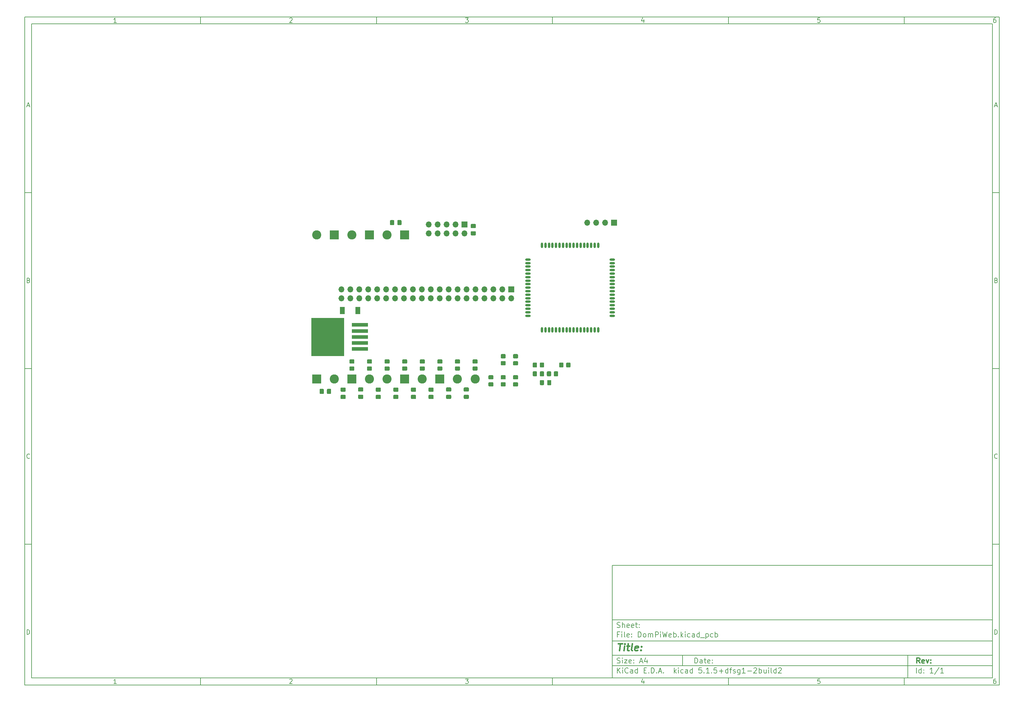
<source format=gbr>
G04 #@! TF.GenerationSoftware,KiCad,Pcbnew,5.1.5+dfsg1-2build2*
G04 #@! TF.CreationDate,2021-11-16T22:22:27-03:00*
G04 #@! TF.ProjectId,DomPiWeb,446f6d50-6957-4656-922e-6b696361645f,rev?*
G04 #@! TF.SameCoordinates,Original*
G04 #@! TF.FileFunction,Soldermask,Bot*
G04 #@! TF.FilePolarity,Negative*
%FSLAX46Y46*%
G04 Gerber Fmt 4.6, Leading zero omitted, Abs format (unit mm)*
G04 Created by KiCad (PCBNEW 5.1.5+dfsg1-2build2) date 2021-11-16 22:22:27*
%MOMM*%
%LPD*%
G04 APERTURE LIST*
%ADD10C,0.100000*%
%ADD11C,0.150000*%
%ADD12C,0.300000*%
%ADD13C,0.400000*%
%ADD14R,9.400000X10.800000*%
%ADD15R,4.600000X1.100000*%
%ADD16C,2.600000*%
%ADD17R,2.600000X2.600000*%
%ADD18R,1.400000X2.100000*%
%ADD19O,1.700000X1.700000*%
%ADD20R,1.700000X1.700000*%
%ADD21O,0.600000X1.600000*%
%ADD22O,1.600000X0.600000*%
G04 APERTURE END LIST*
D10*
D11*
X177002200Y-166007200D02*
X177002200Y-198007200D01*
X285002200Y-198007200D01*
X285002200Y-166007200D01*
X177002200Y-166007200D01*
D10*
D11*
X10000000Y-10000000D02*
X10000000Y-200007200D01*
X287002200Y-200007200D01*
X287002200Y-10000000D01*
X10000000Y-10000000D01*
D10*
D11*
X12000000Y-12000000D02*
X12000000Y-198007200D01*
X285002200Y-198007200D01*
X285002200Y-12000000D01*
X12000000Y-12000000D01*
D10*
D11*
X60000000Y-12000000D02*
X60000000Y-10000000D01*
D10*
D11*
X110000000Y-12000000D02*
X110000000Y-10000000D01*
D10*
D11*
X160000000Y-12000000D02*
X160000000Y-10000000D01*
D10*
D11*
X210000000Y-12000000D02*
X210000000Y-10000000D01*
D10*
D11*
X260000000Y-12000000D02*
X260000000Y-10000000D01*
D10*
D11*
X36065476Y-11588095D02*
X35322619Y-11588095D01*
X35694047Y-11588095D02*
X35694047Y-10288095D01*
X35570238Y-10473809D01*
X35446428Y-10597619D01*
X35322619Y-10659523D01*
D10*
D11*
X85322619Y-10411904D02*
X85384523Y-10350000D01*
X85508333Y-10288095D01*
X85817857Y-10288095D01*
X85941666Y-10350000D01*
X86003571Y-10411904D01*
X86065476Y-10535714D01*
X86065476Y-10659523D01*
X86003571Y-10845238D01*
X85260714Y-11588095D01*
X86065476Y-11588095D01*
D10*
D11*
X135260714Y-10288095D02*
X136065476Y-10288095D01*
X135632142Y-10783333D01*
X135817857Y-10783333D01*
X135941666Y-10845238D01*
X136003571Y-10907142D01*
X136065476Y-11030952D01*
X136065476Y-11340476D01*
X136003571Y-11464285D01*
X135941666Y-11526190D01*
X135817857Y-11588095D01*
X135446428Y-11588095D01*
X135322619Y-11526190D01*
X135260714Y-11464285D01*
D10*
D11*
X185941666Y-10721428D02*
X185941666Y-11588095D01*
X185632142Y-10226190D02*
X185322619Y-11154761D01*
X186127380Y-11154761D01*
D10*
D11*
X236003571Y-10288095D02*
X235384523Y-10288095D01*
X235322619Y-10907142D01*
X235384523Y-10845238D01*
X235508333Y-10783333D01*
X235817857Y-10783333D01*
X235941666Y-10845238D01*
X236003571Y-10907142D01*
X236065476Y-11030952D01*
X236065476Y-11340476D01*
X236003571Y-11464285D01*
X235941666Y-11526190D01*
X235817857Y-11588095D01*
X235508333Y-11588095D01*
X235384523Y-11526190D01*
X235322619Y-11464285D01*
D10*
D11*
X285941666Y-10288095D02*
X285694047Y-10288095D01*
X285570238Y-10350000D01*
X285508333Y-10411904D01*
X285384523Y-10597619D01*
X285322619Y-10845238D01*
X285322619Y-11340476D01*
X285384523Y-11464285D01*
X285446428Y-11526190D01*
X285570238Y-11588095D01*
X285817857Y-11588095D01*
X285941666Y-11526190D01*
X286003571Y-11464285D01*
X286065476Y-11340476D01*
X286065476Y-11030952D01*
X286003571Y-10907142D01*
X285941666Y-10845238D01*
X285817857Y-10783333D01*
X285570238Y-10783333D01*
X285446428Y-10845238D01*
X285384523Y-10907142D01*
X285322619Y-11030952D01*
D10*
D11*
X60000000Y-198007200D02*
X60000000Y-200007200D01*
D10*
D11*
X110000000Y-198007200D02*
X110000000Y-200007200D01*
D10*
D11*
X160000000Y-198007200D02*
X160000000Y-200007200D01*
D10*
D11*
X210000000Y-198007200D02*
X210000000Y-200007200D01*
D10*
D11*
X260000000Y-198007200D02*
X260000000Y-200007200D01*
D10*
D11*
X36065476Y-199595295D02*
X35322619Y-199595295D01*
X35694047Y-199595295D02*
X35694047Y-198295295D01*
X35570238Y-198481009D01*
X35446428Y-198604819D01*
X35322619Y-198666723D01*
D10*
D11*
X85322619Y-198419104D02*
X85384523Y-198357200D01*
X85508333Y-198295295D01*
X85817857Y-198295295D01*
X85941666Y-198357200D01*
X86003571Y-198419104D01*
X86065476Y-198542914D01*
X86065476Y-198666723D01*
X86003571Y-198852438D01*
X85260714Y-199595295D01*
X86065476Y-199595295D01*
D10*
D11*
X135260714Y-198295295D02*
X136065476Y-198295295D01*
X135632142Y-198790533D01*
X135817857Y-198790533D01*
X135941666Y-198852438D01*
X136003571Y-198914342D01*
X136065476Y-199038152D01*
X136065476Y-199347676D01*
X136003571Y-199471485D01*
X135941666Y-199533390D01*
X135817857Y-199595295D01*
X135446428Y-199595295D01*
X135322619Y-199533390D01*
X135260714Y-199471485D01*
D10*
D11*
X185941666Y-198728628D02*
X185941666Y-199595295D01*
X185632142Y-198233390D02*
X185322619Y-199161961D01*
X186127380Y-199161961D01*
D10*
D11*
X236003571Y-198295295D02*
X235384523Y-198295295D01*
X235322619Y-198914342D01*
X235384523Y-198852438D01*
X235508333Y-198790533D01*
X235817857Y-198790533D01*
X235941666Y-198852438D01*
X236003571Y-198914342D01*
X236065476Y-199038152D01*
X236065476Y-199347676D01*
X236003571Y-199471485D01*
X235941666Y-199533390D01*
X235817857Y-199595295D01*
X235508333Y-199595295D01*
X235384523Y-199533390D01*
X235322619Y-199471485D01*
D10*
D11*
X285941666Y-198295295D02*
X285694047Y-198295295D01*
X285570238Y-198357200D01*
X285508333Y-198419104D01*
X285384523Y-198604819D01*
X285322619Y-198852438D01*
X285322619Y-199347676D01*
X285384523Y-199471485D01*
X285446428Y-199533390D01*
X285570238Y-199595295D01*
X285817857Y-199595295D01*
X285941666Y-199533390D01*
X286003571Y-199471485D01*
X286065476Y-199347676D01*
X286065476Y-199038152D01*
X286003571Y-198914342D01*
X285941666Y-198852438D01*
X285817857Y-198790533D01*
X285570238Y-198790533D01*
X285446428Y-198852438D01*
X285384523Y-198914342D01*
X285322619Y-199038152D01*
D10*
D11*
X10000000Y-60000000D02*
X12000000Y-60000000D01*
D10*
D11*
X10000000Y-110000000D02*
X12000000Y-110000000D01*
D10*
D11*
X10000000Y-160000000D02*
X12000000Y-160000000D01*
D10*
D11*
X10690476Y-35216666D02*
X11309523Y-35216666D01*
X10566666Y-35588095D02*
X11000000Y-34288095D01*
X11433333Y-35588095D01*
D10*
D11*
X11092857Y-84907142D02*
X11278571Y-84969047D01*
X11340476Y-85030952D01*
X11402380Y-85154761D01*
X11402380Y-85340476D01*
X11340476Y-85464285D01*
X11278571Y-85526190D01*
X11154761Y-85588095D01*
X10659523Y-85588095D01*
X10659523Y-84288095D01*
X11092857Y-84288095D01*
X11216666Y-84350000D01*
X11278571Y-84411904D01*
X11340476Y-84535714D01*
X11340476Y-84659523D01*
X11278571Y-84783333D01*
X11216666Y-84845238D01*
X11092857Y-84907142D01*
X10659523Y-84907142D01*
D10*
D11*
X11402380Y-135464285D02*
X11340476Y-135526190D01*
X11154761Y-135588095D01*
X11030952Y-135588095D01*
X10845238Y-135526190D01*
X10721428Y-135402380D01*
X10659523Y-135278571D01*
X10597619Y-135030952D01*
X10597619Y-134845238D01*
X10659523Y-134597619D01*
X10721428Y-134473809D01*
X10845238Y-134350000D01*
X11030952Y-134288095D01*
X11154761Y-134288095D01*
X11340476Y-134350000D01*
X11402380Y-134411904D01*
D10*
D11*
X10659523Y-185588095D02*
X10659523Y-184288095D01*
X10969047Y-184288095D01*
X11154761Y-184350000D01*
X11278571Y-184473809D01*
X11340476Y-184597619D01*
X11402380Y-184845238D01*
X11402380Y-185030952D01*
X11340476Y-185278571D01*
X11278571Y-185402380D01*
X11154761Y-185526190D01*
X10969047Y-185588095D01*
X10659523Y-185588095D01*
D10*
D11*
X287002200Y-60000000D02*
X285002200Y-60000000D01*
D10*
D11*
X287002200Y-110000000D02*
X285002200Y-110000000D01*
D10*
D11*
X287002200Y-160000000D02*
X285002200Y-160000000D01*
D10*
D11*
X285692676Y-35216666D02*
X286311723Y-35216666D01*
X285568866Y-35588095D02*
X286002200Y-34288095D01*
X286435533Y-35588095D01*
D10*
D11*
X286095057Y-84907142D02*
X286280771Y-84969047D01*
X286342676Y-85030952D01*
X286404580Y-85154761D01*
X286404580Y-85340476D01*
X286342676Y-85464285D01*
X286280771Y-85526190D01*
X286156961Y-85588095D01*
X285661723Y-85588095D01*
X285661723Y-84288095D01*
X286095057Y-84288095D01*
X286218866Y-84350000D01*
X286280771Y-84411904D01*
X286342676Y-84535714D01*
X286342676Y-84659523D01*
X286280771Y-84783333D01*
X286218866Y-84845238D01*
X286095057Y-84907142D01*
X285661723Y-84907142D01*
D10*
D11*
X286404580Y-135464285D02*
X286342676Y-135526190D01*
X286156961Y-135588095D01*
X286033152Y-135588095D01*
X285847438Y-135526190D01*
X285723628Y-135402380D01*
X285661723Y-135278571D01*
X285599819Y-135030952D01*
X285599819Y-134845238D01*
X285661723Y-134597619D01*
X285723628Y-134473809D01*
X285847438Y-134350000D01*
X286033152Y-134288095D01*
X286156961Y-134288095D01*
X286342676Y-134350000D01*
X286404580Y-134411904D01*
D10*
D11*
X285661723Y-185588095D02*
X285661723Y-184288095D01*
X285971247Y-184288095D01*
X286156961Y-184350000D01*
X286280771Y-184473809D01*
X286342676Y-184597619D01*
X286404580Y-184845238D01*
X286404580Y-185030952D01*
X286342676Y-185278571D01*
X286280771Y-185402380D01*
X286156961Y-185526190D01*
X285971247Y-185588095D01*
X285661723Y-185588095D01*
D10*
D11*
X200434342Y-193785771D02*
X200434342Y-192285771D01*
X200791485Y-192285771D01*
X201005771Y-192357200D01*
X201148628Y-192500057D01*
X201220057Y-192642914D01*
X201291485Y-192928628D01*
X201291485Y-193142914D01*
X201220057Y-193428628D01*
X201148628Y-193571485D01*
X201005771Y-193714342D01*
X200791485Y-193785771D01*
X200434342Y-193785771D01*
X202577200Y-193785771D02*
X202577200Y-193000057D01*
X202505771Y-192857200D01*
X202362914Y-192785771D01*
X202077200Y-192785771D01*
X201934342Y-192857200D01*
X202577200Y-193714342D02*
X202434342Y-193785771D01*
X202077200Y-193785771D01*
X201934342Y-193714342D01*
X201862914Y-193571485D01*
X201862914Y-193428628D01*
X201934342Y-193285771D01*
X202077200Y-193214342D01*
X202434342Y-193214342D01*
X202577200Y-193142914D01*
X203077200Y-192785771D02*
X203648628Y-192785771D01*
X203291485Y-192285771D02*
X203291485Y-193571485D01*
X203362914Y-193714342D01*
X203505771Y-193785771D01*
X203648628Y-193785771D01*
X204720057Y-193714342D02*
X204577200Y-193785771D01*
X204291485Y-193785771D01*
X204148628Y-193714342D01*
X204077200Y-193571485D01*
X204077200Y-193000057D01*
X204148628Y-192857200D01*
X204291485Y-192785771D01*
X204577200Y-192785771D01*
X204720057Y-192857200D01*
X204791485Y-193000057D01*
X204791485Y-193142914D01*
X204077200Y-193285771D01*
X205434342Y-193642914D02*
X205505771Y-193714342D01*
X205434342Y-193785771D01*
X205362914Y-193714342D01*
X205434342Y-193642914D01*
X205434342Y-193785771D01*
X205434342Y-192857200D02*
X205505771Y-192928628D01*
X205434342Y-193000057D01*
X205362914Y-192928628D01*
X205434342Y-192857200D01*
X205434342Y-193000057D01*
D10*
D11*
X177002200Y-194507200D02*
X285002200Y-194507200D01*
D10*
D11*
X178434342Y-196585771D02*
X178434342Y-195085771D01*
X179291485Y-196585771D02*
X178648628Y-195728628D01*
X179291485Y-195085771D02*
X178434342Y-195942914D01*
X179934342Y-196585771D02*
X179934342Y-195585771D01*
X179934342Y-195085771D02*
X179862914Y-195157200D01*
X179934342Y-195228628D01*
X180005771Y-195157200D01*
X179934342Y-195085771D01*
X179934342Y-195228628D01*
X181505771Y-196442914D02*
X181434342Y-196514342D01*
X181220057Y-196585771D01*
X181077200Y-196585771D01*
X180862914Y-196514342D01*
X180720057Y-196371485D01*
X180648628Y-196228628D01*
X180577200Y-195942914D01*
X180577200Y-195728628D01*
X180648628Y-195442914D01*
X180720057Y-195300057D01*
X180862914Y-195157200D01*
X181077200Y-195085771D01*
X181220057Y-195085771D01*
X181434342Y-195157200D01*
X181505771Y-195228628D01*
X182791485Y-196585771D02*
X182791485Y-195800057D01*
X182720057Y-195657200D01*
X182577200Y-195585771D01*
X182291485Y-195585771D01*
X182148628Y-195657200D01*
X182791485Y-196514342D02*
X182648628Y-196585771D01*
X182291485Y-196585771D01*
X182148628Y-196514342D01*
X182077200Y-196371485D01*
X182077200Y-196228628D01*
X182148628Y-196085771D01*
X182291485Y-196014342D01*
X182648628Y-196014342D01*
X182791485Y-195942914D01*
X184148628Y-196585771D02*
X184148628Y-195085771D01*
X184148628Y-196514342D02*
X184005771Y-196585771D01*
X183720057Y-196585771D01*
X183577200Y-196514342D01*
X183505771Y-196442914D01*
X183434342Y-196300057D01*
X183434342Y-195871485D01*
X183505771Y-195728628D01*
X183577200Y-195657200D01*
X183720057Y-195585771D01*
X184005771Y-195585771D01*
X184148628Y-195657200D01*
X186005771Y-195800057D02*
X186505771Y-195800057D01*
X186720057Y-196585771D02*
X186005771Y-196585771D01*
X186005771Y-195085771D01*
X186720057Y-195085771D01*
X187362914Y-196442914D02*
X187434342Y-196514342D01*
X187362914Y-196585771D01*
X187291485Y-196514342D01*
X187362914Y-196442914D01*
X187362914Y-196585771D01*
X188077200Y-196585771D02*
X188077200Y-195085771D01*
X188434342Y-195085771D01*
X188648628Y-195157200D01*
X188791485Y-195300057D01*
X188862914Y-195442914D01*
X188934342Y-195728628D01*
X188934342Y-195942914D01*
X188862914Y-196228628D01*
X188791485Y-196371485D01*
X188648628Y-196514342D01*
X188434342Y-196585771D01*
X188077200Y-196585771D01*
X189577200Y-196442914D02*
X189648628Y-196514342D01*
X189577200Y-196585771D01*
X189505771Y-196514342D01*
X189577200Y-196442914D01*
X189577200Y-196585771D01*
X190220057Y-196157200D02*
X190934342Y-196157200D01*
X190077200Y-196585771D02*
X190577200Y-195085771D01*
X191077200Y-196585771D01*
X191577200Y-196442914D02*
X191648628Y-196514342D01*
X191577200Y-196585771D01*
X191505771Y-196514342D01*
X191577200Y-196442914D01*
X191577200Y-196585771D01*
X194577200Y-196585771D02*
X194577200Y-195085771D01*
X194720057Y-196014342D02*
X195148628Y-196585771D01*
X195148628Y-195585771D02*
X194577200Y-196157200D01*
X195791485Y-196585771D02*
X195791485Y-195585771D01*
X195791485Y-195085771D02*
X195720057Y-195157200D01*
X195791485Y-195228628D01*
X195862914Y-195157200D01*
X195791485Y-195085771D01*
X195791485Y-195228628D01*
X197148628Y-196514342D02*
X197005771Y-196585771D01*
X196720057Y-196585771D01*
X196577200Y-196514342D01*
X196505771Y-196442914D01*
X196434342Y-196300057D01*
X196434342Y-195871485D01*
X196505771Y-195728628D01*
X196577200Y-195657200D01*
X196720057Y-195585771D01*
X197005771Y-195585771D01*
X197148628Y-195657200D01*
X198434342Y-196585771D02*
X198434342Y-195800057D01*
X198362914Y-195657200D01*
X198220057Y-195585771D01*
X197934342Y-195585771D01*
X197791485Y-195657200D01*
X198434342Y-196514342D02*
X198291485Y-196585771D01*
X197934342Y-196585771D01*
X197791485Y-196514342D01*
X197720057Y-196371485D01*
X197720057Y-196228628D01*
X197791485Y-196085771D01*
X197934342Y-196014342D01*
X198291485Y-196014342D01*
X198434342Y-195942914D01*
X199791485Y-196585771D02*
X199791485Y-195085771D01*
X199791485Y-196514342D02*
X199648628Y-196585771D01*
X199362914Y-196585771D01*
X199220057Y-196514342D01*
X199148628Y-196442914D01*
X199077200Y-196300057D01*
X199077200Y-195871485D01*
X199148628Y-195728628D01*
X199220057Y-195657200D01*
X199362914Y-195585771D01*
X199648628Y-195585771D01*
X199791485Y-195657200D01*
X202362914Y-195085771D02*
X201648628Y-195085771D01*
X201577200Y-195800057D01*
X201648628Y-195728628D01*
X201791485Y-195657200D01*
X202148628Y-195657200D01*
X202291485Y-195728628D01*
X202362914Y-195800057D01*
X202434342Y-195942914D01*
X202434342Y-196300057D01*
X202362914Y-196442914D01*
X202291485Y-196514342D01*
X202148628Y-196585771D01*
X201791485Y-196585771D01*
X201648628Y-196514342D01*
X201577200Y-196442914D01*
X203077200Y-196442914D02*
X203148628Y-196514342D01*
X203077200Y-196585771D01*
X203005771Y-196514342D01*
X203077200Y-196442914D01*
X203077200Y-196585771D01*
X204577200Y-196585771D02*
X203720057Y-196585771D01*
X204148628Y-196585771D02*
X204148628Y-195085771D01*
X204005771Y-195300057D01*
X203862914Y-195442914D01*
X203720057Y-195514342D01*
X205220057Y-196442914D02*
X205291485Y-196514342D01*
X205220057Y-196585771D01*
X205148628Y-196514342D01*
X205220057Y-196442914D01*
X205220057Y-196585771D01*
X206648628Y-195085771D02*
X205934342Y-195085771D01*
X205862914Y-195800057D01*
X205934342Y-195728628D01*
X206077200Y-195657200D01*
X206434342Y-195657200D01*
X206577200Y-195728628D01*
X206648628Y-195800057D01*
X206720057Y-195942914D01*
X206720057Y-196300057D01*
X206648628Y-196442914D01*
X206577200Y-196514342D01*
X206434342Y-196585771D01*
X206077200Y-196585771D01*
X205934342Y-196514342D01*
X205862914Y-196442914D01*
X207362914Y-196014342D02*
X208505771Y-196014342D01*
X207934342Y-196585771D02*
X207934342Y-195442914D01*
X209862914Y-196585771D02*
X209862914Y-195085771D01*
X209862914Y-196514342D02*
X209720057Y-196585771D01*
X209434342Y-196585771D01*
X209291485Y-196514342D01*
X209220057Y-196442914D01*
X209148628Y-196300057D01*
X209148628Y-195871485D01*
X209220057Y-195728628D01*
X209291485Y-195657200D01*
X209434342Y-195585771D01*
X209720057Y-195585771D01*
X209862914Y-195657200D01*
X210362914Y-195585771D02*
X210934342Y-195585771D01*
X210577200Y-196585771D02*
X210577200Y-195300057D01*
X210648628Y-195157200D01*
X210791485Y-195085771D01*
X210934342Y-195085771D01*
X211362914Y-196514342D02*
X211505771Y-196585771D01*
X211791485Y-196585771D01*
X211934342Y-196514342D01*
X212005771Y-196371485D01*
X212005771Y-196300057D01*
X211934342Y-196157200D01*
X211791485Y-196085771D01*
X211577200Y-196085771D01*
X211434342Y-196014342D01*
X211362914Y-195871485D01*
X211362914Y-195800057D01*
X211434342Y-195657200D01*
X211577200Y-195585771D01*
X211791485Y-195585771D01*
X211934342Y-195657200D01*
X213291485Y-195585771D02*
X213291485Y-196800057D01*
X213220057Y-196942914D01*
X213148628Y-197014342D01*
X213005771Y-197085771D01*
X212791485Y-197085771D01*
X212648628Y-197014342D01*
X213291485Y-196514342D02*
X213148628Y-196585771D01*
X212862914Y-196585771D01*
X212720057Y-196514342D01*
X212648628Y-196442914D01*
X212577200Y-196300057D01*
X212577200Y-195871485D01*
X212648628Y-195728628D01*
X212720057Y-195657200D01*
X212862914Y-195585771D01*
X213148628Y-195585771D01*
X213291485Y-195657200D01*
X214791485Y-196585771D02*
X213934342Y-196585771D01*
X214362914Y-196585771D02*
X214362914Y-195085771D01*
X214220057Y-195300057D01*
X214077200Y-195442914D01*
X213934342Y-195514342D01*
X215434342Y-196014342D02*
X216577200Y-196014342D01*
X217220057Y-195228628D02*
X217291485Y-195157200D01*
X217434342Y-195085771D01*
X217791485Y-195085771D01*
X217934342Y-195157200D01*
X218005771Y-195228628D01*
X218077200Y-195371485D01*
X218077200Y-195514342D01*
X218005771Y-195728628D01*
X217148628Y-196585771D01*
X218077200Y-196585771D01*
X218720057Y-196585771D02*
X218720057Y-195085771D01*
X218720057Y-195657200D02*
X218862914Y-195585771D01*
X219148628Y-195585771D01*
X219291485Y-195657200D01*
X219362914Y-195728628D01*
X219434342Y-195871485D01*
X219434342Y-196300057D01*
X219362914Y-196442914D01*
X219291485Y-196514342D01*
X219148628Y-196585771D01*
X218862914Y-196585771D01*
X218720057Y-196514342D01*
X220720057Y-195585771D02*
X220720057Y-196585771D01*
X220077200Y-195585771D02*
X220077200Y-196371485D01*
X220148628Y-196514342D01*
X220291485Y-196585771D01*
X220505771Y-196585771D01*
X220648628Y-196514342D01*
X220720057Y-196442914D01*
X221434342Y-196585771D02*
X221434342Y-195585771D01*
X221434342Y-195085771D02*
X221362914Y-195157200D01*
X221434342Y-195228628D01*
X221505771Y-195157200D01*
X221434342Y-195085771D01*
X221434342Y-195228628D01*
X222362914Y-196585771D02*
X222220057Y-196514342D01*
X222148628Y-196371485D01*
X222148628Y-195085771D01*
X223577200Y-196585771D02*
X223577200Y-195085771D01*
X223577200Y-196514342D02*
X223434342Y-196585771D01*
X223148628Y-196585771D01*
X223005771Y-196514342D01*
X222934342Y-196442914D01*
X222862914Y-196300057D01*
X222862914Y-195871485D01*
X222934342Y-195728628D01*
X223005771Y-195657200D01*
X223148628Y-195585771D01*
X223434342Y-195585771D01*
X223577200Y-195657200D01*
X224220057Y-195228628D02*
X224291485Y-195157200D01*
X224434342Y-195085771D01*
X224791485Y-195085771D01*
X224934342Y-195157200D01*
X225005771Y-195228628D01*
X225077200Y-195371485D01*
X225077200Y-195514342D01*
X225005771Y-195728628D01*
X224148628Y-196585771D01*
X225077200Y-196585771D01*
D10*
D11*
X177002200Y-191507200D02*
X285002200Y-191507200D01*
D10*
D12*
X264411485Y-193785771D02*
X263911485Y-193071485D01*
X263554342Y-193785771D02*
X263554342Y-192285771D01*
X264125771Y-192285771D01*
X264268628Y-192357200D01*
X264340057Y-192428628D01*
X264411485Y-192571485D01*
X264411485Y-192785771D01*
X264340057Y-192928628D01*
X264268628Y-193000057D01*
X264125771Y-193071485D01*
X263554342Y-193071485D01*
X265625771Y-193714342D02*
X265482914Y-193785771D01*
X265197200Y-193785771D01*
X265054342Y-193714342D01*
X264982914Y-193571485D01*
X264982914Y-193000057D01*
X265054342Y-192857200D01*
X265197200Y-192785771D01*
X265482914Y-192785771D01*
X265625771Y-192857200D01*
X265697200Y-193000057D01*
X265697200Y-193142914D01*
X264982914Y-193285771D01*
X266197200Y-192785771D02*
X266554342Y-193785771D01*
X266911485Y-192785771D01*
X267482914Y-193642914D02*
X267554342Y-193714342D01*
X267482914Y-193785771D01*
X267411485Y-193714342D01*
X267482914Y-193642914D01*
X267482914Y-193785771D01*
X267482914Y-192857200D02*
X267554342Y-192928628D01*
X267482914Y-193000057D01*
X267411485Y-192928628D01*
X267482914Y-192857200D01*
X267482914Y-193000057D01*
D10*
D11*
X178362914Y-193714342D02*
X178577200Y-193785771D01*
X178934342Y-193785771D01*
X179077200Y-193714342D01*
X179148628Y-193642914D01*
X179220057Y-193500057D01*
X179220057Y-193357200D01*
X179148628Y-193214342D01*
X179077200Y-193142914D01*
X178934342Y-193071485D01*
X178648628Y-193000057D01*
X178505771Y-192928628D01*
X178434342Y-192857200D01*
X178362914Y-192714342D01*
X178362914Y-192571485D01*
X178434342Y-192428628D01*
X178505771Y-192357200D01*
X178648628Y-192285771D01*
X179005771Y-192285771D01*
X179220057Y-192357200D01*
X179862914Y-193785771D02*
X179862914Y-192785771D01*
X179862914Y-192285771D02*
X179791485Y-192357200D01*
X179862914Y-192428628D01*
X179934342Y-192357200D01*
X179862914Y-192285771D01*
X179862914Y-192428628D01*
X180434342Y-192785771D02*
X181220057Y-192785771D01*
X180434342Y-193785771D01*
X181220057Y-193785771D01*
X182362914Y-193714342D02*
X182220057Y-193785771D01*
X181934342Y-193785771D01*
X181791485Y-193714342D01*
X181720057Y-193571485D01*
X181720057Y-193000057D01*
X181791485Y-192857200D01*
X181934342Y-192785771D01*
X182220057Y-192785771D01*
X182362914Y-192857200D01*
X182434342Y-193000057D01*
X182434342Y-193142914D01*
X181720057Y-193285771D01*
X183077200Y-193642914D02*
X183148628Y-193714342D01*
X183077200Y-193785771D01*
X183005771Y-193714342D01*
X183077200Y-193642914D01*
X183077200Y-193785771D01*
X183077200Y-192857200D02*
X183148628Y-192928628D01*
X183077200Y-193000057D01*
X183005771Y-192928628D01*
X183077200Y-192857200D01*
X183077200Y-193000057D01*
X184862914Y-193357200D02*
X185577200Y-193357200D01*
X184720057Y-193785771D02*
X185220057Y-192285771D01*
X185720057Y-193785771D01*
X186862914Y-192785771D02*
X186862914Y-193785771D01*
X186505771Y-192214342D02*
X186148628Y-193285771D01*
X187077200Y-193285771D01*
D10*
D11*
X263434342Y-196585771D02*
X263434342Y-195085771D01*
X264791485Y-196585771D02*
X264791485Y-195085771D01*
X264791485Y-196514342D02*
X264648628Y-196585771D01*
X264362914Y-196585771D01*
X264220057Y-196514342D01*
X264148628Y-196442914D01*
X264077200Y-196300057D01*
X264077200Y-195871485D01*
X264148628Y-195728628D01*
X264220057Y-195657200D01*
X264362914Y-195585771D01*
X264648628Y-195585771D01*
X264791485Y-195657200D01*
X265505771Y-196442914D02*
X265577200Y-196514342D01*
X265505771Y-196585771D01*
X265434342Y-196514342D01*
X265505771Y-196442914D01*
X265505771Y-196585771D01*
X265505771Y-195657200D02*
X265577200Y-195728628D01*
X265505771Y-195800057D01*
X265434342Y-195728628D01*
X265505771Y-195657200D01*
X265505771Y-195800057D01*
X268148628Y-196585771D02*
X267291485Y-196585771D01*
X267720057Y-196585771D02*
X267720057Y-195085771D01*
X267577200Y-195300057D01*
X267434342Y-195442914D01*
X267291485Y-195514342D01*
X269862914Y-195014342D02*
X268577200Y-196942914D01*
X271148628Y-196585771D02*
X270291485Y-196585771D01*
X270720057Y-196585771D02*
X270720057Y-195085771D01*
X270577200Y-195300057D01*
X270434342Y-195442914D01*
X270291485Y-195514342D01*
D10*
D11*
X177002200Y-187507200D02*
X285002200Y-187507200D01*
D10*
D13*
X178714580Y-188211961D02*
X179857438Y-188211961D01*
X179036009Y-190211961D02*
X179286009Y-188211961D01*
X180274104Y-190211961D02*
X180440771Y-188878628D01*
X180524104Y-188211961D02*
X180416961Y-188307200D01*
X180500295Y-188402438D01*
X180607438Y-188307200D01*
X180524104Y-188211961D01*
X180500295Y-188402438D01*
X181107438Y-188878628D02*
X181869342Y-188878628D01*
X181476485Y-188211961D02*
X181262200Y-189926247D01*
X181333628Y-190116723D01*
X181512200Y-190211961D01*
X181702676Y-190211961D01*
X182655057Y-190211961D02*
X182476485Y-190116723D01*
X182405057Y-189926247D01*
X182619342Y-188211961D01*
X184190771Y-190116723D02*
X183988390Y-190211961D01*
X183607438Y-190211961D01*
X183428866Y-190116723D01*
X183357438Y-189926247D01*
X183452676Y-189164342D01*
X183571723Y-188973866D01*
X183774104Y-188878628D01*
X184155057Y-188878628D01*
X184333628Y-188973866D01*
X184405057Y-189164342D01*
X184381247Y-189354819D01*
X183405057Y-189545295D01*
X185155057Y-190021485D02*
X185238390Y-190116723D01*
X185131247Y-190211961D01*
X185047914Y-190116723D01*
X185155057Y-190021485D01*
X185131247Y-190211961D01*
X185286009Y-188973866D02*
X185369342Y-189069104D01*
X185262200Y-189164342D01*
X185178866Y-189069104D01*
X185286009Y-188973866D01*
X185262200Y-189164342D01*
D10*
D11*
X178934342Y-185600057D02*
X178434342Y-185600057D01*
X178434342Y-186385771D02*
X178434342Y-184885771D01*
X179148628Y-184885771D01*
X179720057Y-186385771D02*
X179720057Y-185385771D01*
X179720057Y-184885771D02*
X179648628Y-184957200D01*
X179720057Y-185028628D01*
X179791485Y-184957200D01*
X179720057Y-184885771D01*
X179720057Y-185028628D01*
X180648628Y-186385771D02*
X180505771Y-186314342D01*
X180434342Y-186171485D01*
X180434342Y-184885771D01*
X181791485Y-186314342D02*
X181648628Y-186385771D01*
X181362914Y-186385771D01*
X181220057Y-186314342D01*
X181148628Y-186171485D01*
X181148628Y-185600057D01*
X181220057Y-185457200D01*
X181362914Y-185385771D01*
X181648628Y-185385771D01*
X181791485Y-185457200D01*
X181862914Y-185600057D01*
X181862914Y-185742914D01*
X181148628Y-185885771D01*
X182505771Y-186242914D02*
X182577200Y-186314342D01*
X182505771Y-186385771D01*
X182434342Y-186314342D01*
X182505771Y-186242914D01*
X182505771Y-186385771D01*
X182505771Y-185457200D02*
X182577200Y-185528628D01*
X182505771Y-185600057D01*
X182434342Y-185528628D01*
X182505771Y-185457200D01*
X182505771Y-185600057D01*
X184362914Y-186385771D02*
X184362914Y-184885771D01*
X184720057Y-184885771D01*
X184934342Y-184957200D01*
X185077200Y-185100057D01*
X185148628Y-185242914D01*
X185220057Y-185528628D01*
X185220057Y-185742914D01*
X185148628Y-186028628D01*
X185077200Y-186171485D01*
X184934342Y-186314342D01*
X184720057Y-186385771D01*
X184362914Y-186385771D01*
X186077200Y-186385771D02*
X185934342Y-186314342D01*
X185862914Y-186242914D01*
X185791485Y-186100057D01*
X185791485Y-185671485D01*
X185862914Y-185528628D01*
X185934342Y-185457200D01*
X186077200Y-185385771D01*
X186291485Y-185385771D01*
X186434342Y-185457200D01*
X186505771Y-185528628D01*
X186577200Y-185671485D01*
X186577200Y-186100057D01*
X186505771Y-186242914D01*
X186434342Y-186314342D01*
X186291485Y-186385771D01*
X186077200Y-186385771D01*
X187220057Y-186385771D02*
X187220057Y-185385771D01*
X187220057Y-185528628D02*
X187291485Y-185457200D01*
X187434342Y-185385771D01*
X187648628Y-185385771D01*
X187791485Y-185457200D01*
X187862914Y-185600057D01*
X187862914Y-186385771D01*
X187862914Y-185600057D02*
X187934342Y-185457200D01*
X188077200Y-185385771D01*
X188291485Y-185385771D01*
X188434342Y-185457200D01*
X188505771Y-185600057D01*
X188505771Y-186385771D01*
X189220057Y-186385771D02*
X189220057Y-184885771D01*
X189791485Y-184885771D01*
X189934342Y-184957200D01*
X190005771Y-185028628D01*
X190077200Y-185171485D01*
X190077200Y-185385771D01*
X190005771Y-185528628D01*
X189934342Y-185600057D01*
X189791485Y-185671485D01*
X189220057Y-185671485D01*
X190720057Y-186385771D02*
X190720057Y-185385771D01*
X190720057Y-184885771D02*
X190648628Y-184957200D01*
X190720057Y-185028628D01*
X190791485Y-184957200D01*
X190720057Y-184885771D01*
X190720057Y-185028628D01*
X191291485Y-184885771D02*
X191648628Y-186385771D01*
X191934342Y-185314342D01*
X192220057Y-186385771D01*
X192577200Y-184885771D01*
X193720057Y-186314342D02*
X193577200Y-186385771D01*
X193291485Y-186385771D01*
X193148628Y-186314342D01*
X193077200Y-186171485D01*
X193077200Y-185600057D01*
X193148628Y-185457200D01*
X193291485Y-185385771D01*
X193577200Y-185385771D01*
X193720057Y-185457200D01*
X193791485Y-185600057D01*
X193791485Y-185742914D01*
X193077200Y-185885771D01*
X194434342Y-186385771D02*
X194434342Y-184885771D01*
X194434342Y-185457200D02*
X194577200Y-185385771D01*
X194862914Y-185385771D01*
X195005771Y-185457200D01*
X195077200Y-185528628D01*
X195148628Y-185671485D01*
X195148628Y-186100057D01*
X195077200Y-186242914D01*
X195005771Y-186314342D01*
X194862914Y-186385771D01*
X194577200Y-186385771D01*
X194434342Y-186314342D01*
X195791485Y-186242914D02*
X195862914Y-186314342D01*
X195791485Y-186385771D01*
X195720057Y-186314342D01*
X195791485Y-186242914D01*
X195791485Y-186385771D01*
X196505771Y-186385771D02*
X196505771Y-184885771D01*
X196648628Y-185814342D02*
X197077200Y-186385771D01*
X197077200Y-185385771D02*
X196505771Y-185957200D01*
X197720057Y-186385771D02*
X197720057Y-185385771D01*
X197720057Y-184885771D02*
X197648628Y-184957200D01*
X197720057Y-185028628D01*
X197791485Y-184957200D01*
X197720057Y-184885771D01*
X197720057Y-185028628D01*
X199077200Y-186314342D02*
X198934342Y-186385771D01*
X198648628Y-186385771D01*
X198505771Y-186314342D01*
X198434342Y-186242914D01*
X198362914Y-186100057D01*
X198362914Y-185671485D01*
X198434342Y-185528628D01*
X198505771Y-185457200D01*
X198648628Y-185385771D01*
X198934342Y-185385771D01*
X199077200Y-185457200D01*
X200362914Y-186385771D02*
X200362914Y-185600057D01*
X200291485Y-185457200D01*
X200148628Y-185385771D01*
X199862914Y-185385771D01*
X199720057Y-185457200D01*
X200362914Y-186314342D02*
X200220057Y-186385771D01*
X199862914Y-186385771D01*
X199720057Y-186314342D01*
X199648628Y-186171485D01*
X199648628Y-186028628D01*
X199720057Y-185885771D01*
X199862914Y-185814342D01*
X200220057Y-185814342D01*
X200362914Y-185742914D01*
X201720057Y-186385771D02*
X201720057Y-184885771D01*
X201720057Y-186314342D02*
X201577200Y-186385771D01*
X201291485Y-186385771D01*
X201148628Y-186314342D01*
X201077200Y-186242914D01*
X201005771Y-186100057D01*
X201005771Y-185671485D01*
X201077200Y-185528628D01*
X201148628Y-185457200D01*
X201291485Y-185385771D01*
X201577200Y-185385771D01*
X201720057Y-185457200D01*
X202077200Y-186528628D02*
X203220057Y-186528628D01*
X203577200Y-185385771D02*
X203577200Y-186885771D01*
X203577200Y-185457200D02*
X203720057Y-185385771D01*
X204005771Y-185385771D01*
X204148628Y-185457200D01*
X204220057Y-185528628D01*
X204291485Y-185671485D01*
X204291485Y-186100057D01*
X204220057Y-186242914D01*
X204148628Y-186314342D01*
X204005771Y-186385771D01*
X203720057Y-186385771D01*
X203577200Y-186314342D01*
X205577200Y-186314342D02*
X205434342Y-186385771D01*
X205148628Y-186385771D01*
X205005771Y-186314342D01*
X204934342Y-186242914D01*
X204862914Y-186100057D01*
X204862914Y-185671485D01*
X204934342Y-185528628D01*
X205005771Y-185457200D01*
X205148628Y-185385771D01*
X205434342Y-185385771D01*
X205577200Y-185457200D01*
X206220057Y-186385771D02*
X206220057Y-184885771D01*
X206220057Y-185457200D02*
X206362914Y-185385771D01*
X206648628Y-185385771D01*
X206791485Y-185457200D01*
X206862914Y-185528628D01*
X206934342Y-185671485D01*
X206934342Y-186100057D01*
X206862914Y-186242914D01*
X206791485Y-186314342D01*
X206648628Y-186385771D01*
X206362914Y-186385771D01*
X206220057Y-186314342D01*
D10*
D11*
X177002200Y-181507200D02*
X285002200Y-181507200D01*
D10*
D11*
X178362914Y-183614342D02*
X178577200Y-183685771D01*
X178934342Y-183685771D01*
X179077200Y-183614342D01*
X179148628Y-183542914D01*
X179220057Y-183400057D01*
X179220057Y-183257200D01*
X179148628Y-183114342D01*
X179077200Y-183042914D01*
X178934342Y-182971485D01*
X178648628Y-182900057D01*
X178505771Y-182828628D01*
X178434342Y-182757200D01*
X178362914Y-182614342D01*
X178362914Y-182471485D01*
X178434342Y-182328628D01*
X178505771Y-182257200D01*
X178648628Y-182185771D01*
X179005771Y-182185771D01*
X179220057Y-182257200D01*
X179862914Y-183685771D02*
X179862914Y-182185771D01*
X180505771Y-183685771D02*
X180505771Y-182900057D01*
X180434342Y-182757200D01*
X180291485Y-182685771D01*
X180077200Y-182685771D01*
X179934342Y-182757200D01*
X179862914Y-182828628D01*
X181791485Y-183614342D02*
X181648628Y-183685771D01*
X181362914Y-183685771D01*
X181220057Y-183614342D01*
X181148628Y-183471485D01*
X181148628Y-182900057D01*
X181220057Y-182757200D01*
X181362914Y-182685771D01*
X181648628Y-182685771D01*
X181791485Y-182757200D01*
X181862914Y-182900057D01*
X181862914Y-183042914D01*
X181148628Y-183185771D01*
X183077200Y-183614342D02*
X182934342Y-183685771D01*
X182648628Y-183685771D01*
X182505771Y-183614342D01*
X182434342Y-183471485D01*
X182434342Y-182900057D01*
X182505771Y-182757200D01*
X182648628Y-182685771D01*
X182934342Y-182685771D01*
X183077200Y-182757200D01*
X183148628Y-182900057D01*
X183148628Y-183042914D01*
X182434342Y-183185771D01*
X183577200Y-182685771D02*
X184148628Y-182685771D01*
X183791485Y-182185771D02*
X183791485Y-183471485D01*
X183862914Y-183614342D01*
X184005771Y-183685771D01*
X184148628Y-183685771D01*
X184648628Y-183542914D02*
X184720057Y-183614342D01*
X184648628Y-183685771D01*
X184577200Y-183614342D01*
X184648628Y-183542914D01*
X184648628Y-183685771D01*
X184648628Y-182757200D02*
X184720057Y-182828628D01*
X184648628Y-182900057D01*
X184577200Y-182828628D01*
X184648628Y-182757200D01*
X184648628Y-182900057D01*
D10*
D11*
X197002200Y-191507200D02*
X197002200Y-194507200D01*
D10*
D11*
X261002200Y-191507200D02*
X261002200Y-198007200D01*
D14*
X96125000Y-101000000D03*
D15*
X105275000Y-104400000D03*
X105275000Y-102700000D03*
X105275000Y-101000000D03*
X105275000Y-99300000D03*
X105275000Y-97600000D03*
D16*
X103000000Y-72000000D03*
D17*
X108000000Y-72000000D03*
D16*
X93000000Y-72000000D03*
D17*
X98000000Y-72000000D03*
D18*
X100300000Y-93500000D03*
X104700000Y-93500000D03*
D19*
X100000000Y-90000000D03*
X100000000Y-87460000D03*
X102540000Y-90000000D03*
X102540000Y-87460000D03*
X105080000Y-90000000D03*
X105080000Y-87460000D03*
X107620000Y-90000000D03*
X107620000Y-87460000D03*
X110160000Y-90000000D03*
X110160000Y-87460000D03*
X112700000Y-90000000D03*
X112700000Y-87460000D03*
X115240000Y-90000000D03*
X115240000Y-87460000D03*
X117780000Y-90000000D03*
X117780000Y-87460000D03*
X120320000Y-90000000D03*
X120320000Y-87460000D03*
X122860000Y-90000000D03*
X122860000Y-87460000D03*
X125400000Y-90000000D03*
X125400000Y-87460000D03*
X127940000Y-90000000D03*
X127940000Y-87460000D03*
X130480000Y-90000000D03*
X130480000Y-87460000D03*
X133020000Y-90000000D03*
X133020000Y-87460000D03*
X135560000Y-90000000D03*
X135560000Y-87460000D03*
X138100000Y-90000000D03*
X138100000Y-87460000D03*
X140640000Y-90000000D03*
X140640000Y-87460000D03*
X143180000Y-90000000D03*
X143180000Y-87460000D03*
X145720000Y-90000000D03*
X145720000Y-87460000D03*
X148260000Y-90000000D03*
D20*
X148260000Y-87460000D03*
D10*
G36*
X100999504Y-117488704D02*
G01*
X101023773Y-117492304D01*
X101047571Y-117498265D01*
X101070671Y-117506530D01*
X101092849Y-117517020D01*
X101113893Y-117529633D01*
X101133598Y-117544247D01*
X101151777Y-117560723D01*
X101168253Y-117578902D01*
X101182867Y-117598607D01*
X101195480Y-117619651D01*
X101205970Y-117641829D01*
X101214235Y-117664929D01*
X101220196Y-117688727D01*
X101223796Y-117712996D01*
X101225000Y-117737500D01*
X101225000Y-118412500D01*
X101223796Y-118437004D01*
X101220196Y-118461273D01*
X101214235Y-118485071D01*
X101205970Y-118508171D01*
X101195480Y-118530349D01*
X101182867Y-118551393D01*
X101168253Y-118571098D01*
X101151777Y-118589277D01*
X101133598Y-118605753D01*
X101113893Y-118620367D01*
X101092849Y-118632980D01*
X101070671Y-118643470D01*
X101047571Y-118651735D01*
X101023773Y-118657696D01*
X100999504Y-118661296D01*
X100975000Y-118662500D01*
X100025000Y-118662500D01*
X100000496Y-118661296D01*
X99976227Y-118657696D01*
X99952429Y-118651735D01*
X99929329Y-118643470D01*
X99907151Y-118632980D01*
X99886107Y-118620367D01*
X99866402Y-118605753D01*
X99848223Y-118589277D01*
X99831747Y-118571098D01*
X99817133Y-118551393D01*
X99804520Y-118530349D01*
X99794030Y-118508171D01*
X99785765Y-118485071D01*
X99779804Y-118461273D01*
X99776204Y-118437004D01*
X99775000Y-118412500D01*
X99775000Y-117737500D01*
X99776204Y-117712996D01*
X99779804Y-117688727D01*
X99785765Y-117664929D01*
X99794030Y-117641829D01*
X99804520Y-117619651D01*
X99817133Y-117598607D01*
X99831747Y-117578902D01*
X99848223Y-117560723D01*
X99866402Y-117544247D01*
X99886107Y-117529633D01*
X99907151Y-117517020D01*
X99929329Y-117506530D01*
X99952429Y-117498265D01*
X99976227Y-117492304D01*
X100000496Y-117488704D01*
X100025000Y-117487500D01*
X100975000Y-117487500D01*
X100999504Y-117488704D01*
G37*
G36*
X100999504Y-115413704D02*
G01*
X101023773Y-115417304D01*
X101047571Y-115423265D01*
X101070671Y-115431530D01*
X101092849Y-115442020D01*
X101113893Y-115454633D01*
X101133598Y-115469247D01*
X101151777Y-115485723D01*
X101168253Y-115503902D01*
X101182867Y-115523607D01*
X101195480Y-115544651D01*
X101205970Y-115566829D01*
X101214235Y-115589929D01*
X101220196Y-115613727D01*
X101223796Y-115637996D01*
X101225000Y-115662500D01*
X101225000Y-116337500D01*
X101223796Y-116362004D01*
X101220196Y-116386273D01*
X101214235Y-116410071D01*
X101205970Y-116433171D01*
X101195480Y-116455349D01*
X101182867Y-116476393D01*
X101168253Y-116496098D01*
X101151777Y-116514277D01*
X101133598Y-116530753D01*
X101113893Y-116545367D01*
X101092849Y-116557980D01*
X101070671Y-116568470D01*
X101047571Y-116576735D01*
X101023773Y-116582696D01*
X100999504Y-116586296D01*
X100975000Y-116587500D01*
X100025000Y-116587500D01*
X100000496Y-116586296D01*
X99976227Y-116582696D01*
X99952429Y-116576735D01*
X99929329Y-116568470D01*
X99907151Y-116557980D01*
X99886107Y-116545367D01*
X99866402Y-116530753D01*
X99848223Y-116514277D01*
X99831747Y-116496098D01*
X99817133Y-116476393D01*
X99804520Y-116455349D01*
X99794030Y-116433171D01*
X99785765Y-116410071D01*
X99779804Y-116386273D01*
X99776204Y-116362004D01*
X99775000Y-116337500D01*
X99775000Y-115662500D01*
X99776204Y-115637996D01*
X99779804Y-115613727D01*
X99785765Y-115589929D01*
X99794030Y-115566829D01*
X99804520Y-115544651D01*
X99817133Y-115523607D01*
X99831747Y-115503902D01*
X99848223Y-115485723D01*
X99866402Y-115469247D01*
X99886107Y-115454633D01*
X99907151Y-115442020D01*
X99929329Y-115431530D01*
X99952429Y-115423265D01*
X99976227Y-115417304D01*
X100000496Y-115413704D01*
X100025000Y-115412500D01*
X100975000Y-115412500D01*
X100999504Y-115413704D01*
G37*
G36*
X105999504Y-117451204D02*
G01*
X106023773Y-117454804D01*
X106047571Y-117460765D01*
X106070671Y-117469030D01*
X106092849Y-117479520D01*
X106113893Y-117492133D01*
X106133598Y-117506747D01*
X106151777Y-117523223D01*
X106168253Y-117541402D01*
X106182867Y-117561107D01*
X106195480Y-117582151D01*
X106205970Y-117604329D01*
X106214235Y-117627429D01*
X106220196Y-117651227D01*
X106223796Y-117675496D01*
X106225000Y-117700000D01*
X106225000Y-118375000D01*
X106223796Y-118399504D01*
X106220196Y-118423773D01*
X106214235Y-118447571D01*
X106205970Y-118470671D01*
X106195480Y-118492849D01*
X106182867Y-118513893D01*
X106168253Y-118533598D01*
X106151777Y-118551777D01*
X106133598Y-118568253D01*
X106113893Y-118582867D01*
X106092849Y-118595480D01*
X106070671Y-118605970D01*
X106047571Y-118614235D01*
X106023773Y-118620196D01*
X105999504Y-118623796D01*
X105975000Y-118625000D01*
X105025000Y-118625000D01*
X105000496Y-118623796D01*
X104976227Y-118620196D01*
X104952429Y-118614235D01*
X104929329Y-118605970D01*
X104907151Y-118595480D01*
X104886107Y-118582867D01*
X104866402Y-118568253D01*
X104848223Y-118551777D01*
X104831747Y-118533598D01*
X104817133Y-118513893D01*
X104804520Y-118492849D01*
X104794030Y-118470671D01*
X104785765Y-118447571D01*
X104779804Y-118423773D01*
X104776204Y-118399504D01*
X104775000Y-118375000D01*
X104775000Y-117700000D01*
X104776204Y-117675496D01*
X104779804Y-117651227D01*
X104785765Y-117627429D01*
X104794030Y-117604329D01*
X104804520Y-117582151D01*
X104817133Y-117561107D01*
X104831747Y-117541402D01*
X104848223Y-117523223D01*
X104866402Y-117506747D01*
X104886107Y-117492133D01*
X104907151Y-117479520D01*
X104929329Y-117469030D01*
X104952429Y-117460765D01*
X104976227Y-117454804D01*
X105000496Y-117451204D01*
X105025000Y-117450000D01*
X105975000Y-117450000D01*
X105999504Y-117451204D01*
G37*
G36*
X105999504Y-115376204D02*
G01*
X106023773Y-115379804D01*
X106047571Y-115385765D01*
X106070671Y-115394030D01*
X106092849Y-115404520D01*
X106113893Y-115417133D01*
X106133598Y-115431747D01*
X106151777Y-115448223D01*
X106168253Y-115466402D01*
X106182867Y-115486107D01*
X106195480Y-115507151D01*
X106205970Y-115529329D01*
X106214235Y-115552429D01*
X106220196Y-115576227D01*
X106223796Y-115600496D01*
X106225000Y-115625000D01*
X106225000Y-116300000D01*
X106223796Y-116324504D01*
X106220196Y-116348773D01*
X106214235Y-116372571D01*
X106205970Y-116395671D01*
X106195480Y-116417849D01*
X106182867Y-116438893D01*
X106168253Y-116458598D01*
X106151777Y-116476777D01*
X106133598Y-116493253D01*
X106113893Y-116507867D01*
X106092849Y-116520480D01*
X106070671Y-116530970D01*
X106047571Y-116539235D01*
X106023773Y-116545196D01*
X105999504Y-116548796D01*
X105975000Y-116550000D01*
X105025000Y-116550000D01*
X105000496Y-116548796D01*
X104976227Y-116545196D01*
X104952429Y-116539235D01*
X104929329Y-116530970D01*
X104907151Y-116520480D01*
X104886107Y-116507867D01*
X104866402Y-116493253D01*
X104848223Y-116476777D01*
X104831747Y-116458598D01*
X104817133Y-116438893D01*
X104804520Y-116417849D01*
X104794030Y-116395671D01*
X104785765Y-116372571D01*
X104779804Y-116348773D01*
X104776204Y-116324504D01*
X104775000Y-116300000D01*
X104775000Y-115625000D01*
X104776204Y-115600496D01*
X104779804Y-115576227D01*
X104785765Y-115552429D01*
X104794030Y-115529329D01*
X104804520Y-115507151D01*
X104817133Y-115486107D01*
X104831747Y-115466402D01*
X104848223Y-115448223D01*
X104866402Y-115431747D01*
X104886107Y-115417133D01*
X104907151Y-115404520D01*
X104929329Y-115394030D01*
X104952429Y-115385765D01*
X104976227Y-115379804D01*
X105000496Y-115376204D01*
X105025000Y-115375000D01*
X105975000Y-115375000D01*
X105999504Y-115376204D01*
G37*
G36*
X110999504Y-117488704D02*
G01*
X111023773Y-117492304D01*
X111047571Y-117498265D01*
X111070671Y-117506530D01*
X111092849Y-117517020D01*
X111113893Y-117529633D01*
X111133598Y-117544247D01*
X111151777Y-117560723D01*
X111168253Y-117578902D01*
X111182867Y-117598607D01*
X111195480Y-117619651D01*
X111205970Y-117641829D01*
X111214235Y-117664929D01*
X111220196Y-117688727D01*
X111223796Y-117712996D01*
X111225000Y-117737500D01*
X111225000Y-118412500D01*
X111223796Y-118437004D01*
X111220196Y-118461273D01*
X111214235Y-118485071D01*
X111205970Y-118508171D01*
X111195480Y-118530349D01*
X111182867Y-118551393D01*
X111168253Y-118571098D01*
X111151777Y-118589277D01*
X111133598Y-118605753D01*
X111113893Y-118620367D01*
X111092849Y-118632980D01*
X111070671Y-118643470D01*
X111047571Y-118651735D01*
X111023773Y-118657696D01*
X110999504Y-118661296D01*
X110975000Y-118662500D01*
X110025000Y-118662500D01*
X110000496Y-118661296D01*
X109976227Y-118657696D01*
X109952429Y-118651735D01*
X109929329Y-118643470D01*
X109907151Y-118632980D01*
X109886107Y-118620367D01*
X109866402Y-118605753D01*
X109848223Y-118589277D01*
X109831747Y-118571098D01*
X109817133Y-118551393D01*
X109804520Y-118530349D01*
X109794030Y-118508171D01*
X109785765Y-118485071D01*
X109779804Y-118461273D01*
X109776204Y-118437004D01*
X109775000Y-118412500D01*
X109775000Y-117737500D01*
X109776204Y-117712996D01*
X109779804Y-117688727D01*
X109785765Y-117664929D01*
X109794030Y-117641829D01*
X109804520Y-117619651D01*
X109817133Y-117598607D01*
X109831747Y-117578902D01*
X109848223Y-117560723D01*
X109866402Y-117544247D01*
X109886107Y-117529633D01*
X109907151Y-117517020D01*
X109929329Y-117506530D01*
X109952429Y-117498265D01*
X109976227Y-117492304D01*
X110000496Y-117488704D01*
X110025000Y-117487500D01*
X110975000Y-117487500D01*
X110999504Y-117488704D01*
G37*
G36*
X110999504Y-115413704D02*
G01*
X111023773Y-115417304D01*
X111047571Y-115423265D01*
X111070671Y-115431530D01*
X111092849Y-115442020D01*
X111113893Y-115454633D01*
X111133598Y-115469247D01*
X111151777Y-115485723D01*
X111168253Y-115503902D01*
X111182867Y-115523607D01*
X111195480Y-115544651D01*
X111205970Y-115566829D01*
X111214235Y-115589929D01*
X111220196Y-115613727D01*
X111223796Y-115637996D01*
X111225000Y-115662500D01*
X111225000Y-116337500D01*
X111223796Y-116362004D01*
X111220196Y-116386273D01*
X111214235Y-116410071D01*
X111205970Y-116433171D01*
X111195480Y-116455349D01*
X111182867Y-116476393D01*
X111168253Y-116496098D01*
X111151777Y-116514277D01*
X111133598Y-116530753D01*
X111113893Y-116545367D01*
X111092849Y-116557980D01*
X111070671Y-116568470D01*
X111047571Y-116576735D01*
X111023773Y-116582696D01*
X110999504Y-116586296D01*
X110975000Y-116587500D01*
X110025000Y-116587500D01*
X110000496Y-116586296D01*
X109976227Y-116582696D01*
X109952429Y-116576735D01*
X109929329Y-116568470D01*
X109907151Y-116557980D01*
X109886107Y-116545367D01*
X109866402Y-116530753D01*
X109848223Y-116514277D01*
X109831747Y-116496098D01*
X109817133Y-116476393D01*
X109804520Y-116455349D01*
X109794030Y-116433171D01*
X109785765Y-116410071D01*
X109779804Y-116386273D01*
X109776204Y-116362004D01*
X109775000Y-116337500D01*
X109775000Y-115662500D01*
X109776204Y-115637996D01*
X109779804Y-115613727D01*
X109785765Y-115589929D01*
X109794030Y-115566829D01*
X109804520Y-115544651D01*
X109817133Y-115523607D01*
X109831747Y-115503902D01*
X109848223Y-115485723D01*
X109866402Y-115469247D01*
X109886107Y-115454633D01*
X109907151Y-115442020D01*
X109929329Y-115431530D01*
X109952429Y-115423265D01*
X109976227Y-115417304D01*
X110000496Y-115413704D01*
X110025000Y-115412500D01*
X110975000Y-115412500D01*
X110999504Y-115413704D01*
G37*
G36*
X115999504Y-117488704D02*
G01*
X116023773Y-117492304D01*
X116047571Y-117498265D01*
X116070671Y-117506530D01*
X116092849Y-117517020D01*
X116113893Y-117529633D01*
X116133598Y-117544247D01*
X116151777Y-117560723D01*
X116168253Y-117578902D01*
X116182867Y-117598607D01*
X116195480Y-117619651D01*
X116205970Y-117641829D01*
X116214235Y-117664929D01*
X116220196Y-117688727D01*
X116223796Y-117712996D01*
X116225000Y-117737500D01*
X116225000Y-118412500D01*
X116223796Y-118437004D01*
X116220196Y-118461273D01*
X116214235Y-118485071D01*
X116205970Y-118508171D01*
X116195480Y-118530349D01*
X116182867Y-118551393D01*
X116168253Y-118571098D01*
X116151777Y-118589277D01*
X116133598Y-118605753D01*
X116113893Y-118620367D01*
X116092849Y-118632980D01*
X116070671Y-118643470D01*
X116047571Y-118651735D01*
X116023773Y-118657696D01*
X115999504Y-118661296D01*
X115975000Y-118662500D01*
X115025000Y-118662500D01*
X115000496Y-118661296D01*
X114976227Y-118657696D01*
X114952429Y-118651735D01*
X114929329Y-118643470D01*
X114907151Y-118632980D01*
X114886107Y-118620367D01*
X114866402Y-118605753D01*
X114848223Y-118589277D01*
X114831747Y-118571098D01*
X114817133Y-118551393D01*
X114804520Y-118530349D01*
X114794030Y-118508171D01*
X114785765Y-118485071D01*
X114779804Y-118461273D01*
X114776204Y-118437004D01*
X114775000Y-118412500D01*
X114775000Y-117737500D01*
X114776204Y-117712996D01*
X114779804Y-117688727D01*
X114785765Y-117664929D01*
X114794030Y-117641829D01*
X114804520Y-117619651D01*
X114817133Y-117598607D01*
X114831747Y-117578902D01*
X114848223Y-117560723D01*
X114866402Y-117544247D01*
X114886107Y-117529633D01*
X114907151Y-117517020D01*
X114929329Y-117506530D01*
X114952429Y-117498265D01*
X114976227Y-117492304D01*
X115000496Y-117488704D01*
X115025000Y-117487500D01*
X115975000Y-117487500D01*
X115999504Y-117488704D01*
G37*
G36*
X115999504Y-115413704D02*
G01*
X116023773Y-115417304D01*
X116047571Y-115423265D01*
X116070671Y-115431530D01*
X116092849Y-115442020D01*
X116113893Y-115454633D01*
X116133598Y-115469247D01*
X116151777Y-115485723D01*
X116168253Y-115503902D01*
X116182867Y-115523607D01*
X116195480Y-115544651D01*
X116205970Y-115566829D01*
X116214235Y-115589929D01*
X116220196Y-115613727D01*
X116223796Y-115637996D01*
X116225000Y-115662500D01*
X116225000Y-116337500D01*
X116223796Y-116362004D01*
X116220196Y-116386273D01*
X116214235Y-116410071D01*
X116205970Y-116433171D01*
X116195480Y-116455349D01*
X116182867Y-116476393D01*
X116168253Y-116496098D01*
X116151777Y-116514277D01*
X116133598Y-116530753D01*
X116113893Y-116545367D01*
X116092849Y-116557980D01*
X116070671Y-116568470D01*
X116047571Y-116576735D01*
X116023773Y-116582696D01*
X115999504Y-116586296D01*
X115975000Y-116587500D01*
X115025000Y-116587500D01*
X115000496Y-116586296D01*
X114976227Y-116582696D01*
X114952429Y-116576735D01*
X114929329Y-116568470D01*
X114907151Y-116557980D01*
X114886107Y-116545367D01*
X114866402Y-116530753D01*
X114848223Y-116514277D01*
X114831747Y-116496098D01*
X114817133Y-116476393D01*
X114804520Y-116455349D01*
X114794030Y-116433171D01*
X114785765Y-116410071D01*
X114779804Y-116386273D01*
X114776204Y-116362004D01*
X114775000Y-116337500D01*
X114775000Y-115662500D01*
X114776204Y-115637996D01*
X114779804Y-115613727D01*
X114785765Y-115589929D01*
X114794030Y-115566829D01*
X114804520Y-115544651D01*
X114817133Y-115523607D01*
X114831747Y-115503902D01*
X114848223Y-115485723D01*
X114866402Y-115469247D01*
X114886107Y-115454633D01*
X114907151Y-115442020D01*
X114929329Y-115431530D01*
X114952429Y-115423265D01*
X114976227Y-115417304D01*
X115000496Y-115413704D01*
X115025000Y-115412500D01*
X115975000Y-115412500D01*
X115999504Y-115413704D01*
G37*
G36*
X120999504Y-117488704D02*
G01*
X121023773Y-117492304D01*
X121047571Y-117498265D01*
X121070671Y-117506530D01*
X121092849Y-117517020D01*
X121113893Y-117529633D01*
X121133598Y-117544247D01*
X121151777Y-117560723D01*
X121168253Y-117578902D01*
X121182867Y-117598607D01*
X121195480Y-117619651D01*
X121205970Y-117641829D01*
X121214235Y-117664929D01*
X121220196Y-117688727D01*
X121223796Y-117712996D01*
X121225000Y-117737500D01*
X121225000Y-118412500D01*
X121223796Y-118437004D01*
X121220196Y-118461273D01*
X121214235Y-118485071D01*
X121205970Y-118508171D01*
X121195480Y-118530349D01*
X121182867Y-118551393D01*
X121168253Y-118571098D01*
X121151777Y-118589277D01*
X121133598Y-118605753D01*
X121113893Y-118620367D01*
X121092849Y-118632980D01*
X121070671Y-118643470D01*
X121047571Y-118651735D01*
X121023773Y-118657696D01*
X120999504Y-118661296D01*
X120975000Y-118662500D01*
X120025000Y-118662500D01*
X120000496Y-118661296D01*
X119976227Y-118657696D01*
X119952429Y-118651735D01*
X119929329Y-118643470D01*
X119907151Y-118632980D01*
X119886107Y-118620367D01*
X119866402Y-118605753D01*
X119848223Y-118589277D01*
X119831747Y-118571098D01*
X119817133Y-118551393D01*
X119804520Y-118530349D01*
X119794030Y-118508171D01*
X119785765Y-118485071D01*
X119779804Y-118461273D01*
X119776204Y-118437004D01*
X119775000Y-118412500D01*
X119775000Y-117737500D01*
X119776204Y-117712996D01*
X119779804Y-117688727D01*
X119785765Y-117664929D01*
X119794030Y-117641829D01*
X119804520Y-117619651D01*
X119817133Y-117598607D01*
X119831747Y-117578902D01*
X119848223Y-117560723D01*
X119866402Y-117544247D01*
X119886107Y-117529633D01*
X119907151Y-117517020D01*
X119929329Y-117506530D01*
X119952429Y-117498265D01*
X119976227Y-117492304D01*
X120000496Y-117488704D01*
X120025000Y-117487500D01*
X120975000Y-117487500D01*
X120999504Y-117488704D01*
G37*
G36*
X120999504Y-115413704D02*
G01*
X121023773Y-115417304D01*
X121047571Y-115423265D01*
X121070671Y-115431530D01*
X121092849Y-115442020D01*
X121113893Y-115454633D01*
X121133598Y-115469247D01*
X121151777Y-115485723D01*
X121168253Y-115503902D01*
X121182867Y-115523607D01*
X121195480Y-115544651D01*
X121205970Y-115566829D01*
X121214235Y-115589929D01*
X121220196Y-115613727D01*
X121223796Y-115637996D01*
X121225000Y-115662500D01*
X121225000Y-116337500D01*
X121223796Y-116362004D01*
X121220196Y-116386273D01*
X121214235Y-116410071D01*
X121205970Y-116433171D01*
X121195480Y-116455349D01*
X121182867Y-116476393D01*
X121168253Y-116496098D01*
X121151777Y-116514277D01*
X121133598Y-116530753D01*
X121113893Y-116545367D01*
X121092849Y-116557980D01*
X121070671Y-116568470D01*
X121047571Y-116576735D01*
X121023773Y-116582696D01*
X120999504Y-116586296D01*
X120975000Y-116587500D01*
X120025000Y-116587500D01*
X120000496Y-116586296D01*
X119976227Y-116582696D01*
X119952429Y-116576735D01*
X119929329Y-116568470D01*
X119907151Y-116557980D01*
X119886107Y-116545367D01*
X119866402Y-116530753D01*
X119848223Y-116514277D01*
X119831747Y-116496098D01*
X119817133Y-116476393D01*
X119804520Y-116455349D01*
X119794030Y-116433171D01*
X119785765Y-116410071D01*
X119779804Y-116386273D01*
X119776204Y-116362004D01*
X119775000Y-116337500D01*
X119775000Y-115662500D01*
X119776204Y-115637996D01*
X119779804Y-115613727D01*
X119785765Y-115589929D01*
X119794030Y-115566829D01*
X119804520Y-115544651D01*
X119817133Y-115523607D01*
X119831747Y-115503902D01*
X119848223Y-115485723D01*
X119866402Y-115469247D01*
X119886107Y-115454633D01*
X119907151Y-115442020D01*
X119929329Y-115431530D01*
X119952429Y-115423265D01*
X119976227Y-115417304D01*
X120000496Y-115413704D01*
X120025000Y-115412500D01*
X120975000Y-115412500D01*
X120999504Y-115413704D01*
G37*
G36*
X125999504Y-117488704D02*
G01*
X126023773Y-117492304D01*
X126047571Y-117498265D01*
X126070671Y-117506530D01*
X126092849Y-117517020D01*
X126113893Y-117529633D01*
X126133598Y-117544247D01*
X126151777Y-117560723D01*
X126168253Y-117578902D01*
X126182867Y-117598607D01*
X126195480Y-117619651D01*
X126205970Y-117641829D01*
X126214235Y-117664929D01*
X126220196Y-117688727D01*
X126223796Y-117712996D01*
X126225000Y-117737500D01*
X126225000Y-118412500D01*
X126223796Y-118437004D01*
X126220196Y-118461273D01*
X126214235Y-118485071D01*
X126205970Y-118508171D01*
X126195480Y-118530349D01*
X126182867Y-118551393D01*
X126168253Y-118571098D01*
X126151777Y-118589277D01*
X126133598Y-118605753D01*
X126113893Y-118620367D01*
X126092849Y-118632980D01*
X126070671Y-118643470D01*
X126047571Y-118651735D01*
X126023773Y-118657696D01*
X125999504Y-118661296D01*
X125975000Y-118662500D01*
X125025000Y-118662500D01*
X125000496Y-118661296D01*
X124976227Y-118657696D01*
X124952429Y-118651735D01*
X124929329Y-118643470D01*
X124907151Y-118632980D01*
X124886107Y-118620367D01*
X124866402Y-118605753D01*
X124848223Y-118589277D01*
X124831747Y-118571098D01*
X124817133Y-118551393D01*
X124804520Y-118530349D01*
X124794030Y-118508171D01*
X124785765Y-118485071D01*
X124779804Y-118461273D01*
X124776204Y-118437004D01*
X124775000Y-118412500D01*
X124775000Y-117737500D01*
X124776204Y-117712996D01*
X124779804Y-117688727D01*
X124785765Y-117664929D01*
X124794030Y-117641829D01*
X124804520Y-117619651D01*
X124817133Y-117598607D01*
X124831747Y-117578902D01*
X124848223Y-117560723D01*
X124866402Y-117544247D01*
X124886107Y-117529633D01*
X124907151Y-117517020D01*
X124929329Y-117506530D01*
X124952429Y-117498265D01*
X124976227Y-117492304D01*
X125000496Y-117488704D01*
X125025000Y-117487500D01*
X125975000Y-117487500D01*
X125999504Y-117488704D01*
G37*
G36*
X125999504Y-115413704D02*
G01*
X126023773Y-115417304D01*
X126047571Y-115423265D01*
X126070671Y-115431530D01*
X126092849Y-115442020D01*
X126113893Y-115454633D01*
X126133598Y-115469247D01*
X126151777Y-115485723D01*
X126168253Y-115503902D01*
X126182867Y-115523607D01*
X126195480Y-115544651D01*
X126205970Y-115566829D01*
X126214235Y-115589929D01*
X126220196Y-115613727D01*
X126223796Y-115637996D01*
X126225000Y-115662500D01*
X126225000Y-116337500D01*
X126223796Y-116362004D01*
X126220196Y-116386273D01*
X126214235Y-116410071D01*
X126205970Y-116433171D01*
X126195480Y-116455349D01*
X126182867Y-116476393D01*
X126168253Y-116496098D01*
X126151777Y-116514277D01*
X126133598Y-116530753D01*
X126113893Y-116545367D01*
X126092849Y-116557980D01*
X126070671Y-116568470D01*
X126047571Y-116576735D01*
X126023773Y-116582696D01*
X125999504Y-116586296D01*
X125975000Y-116587500D01*
X125025000Y-116587500D01*
X125000496Y-116586296D01*
X124976227Y-116582696D01*
X124952429Y-116576735D01*
X124929329Y-116568470D01*
X124907151Y-116557980D01*
X124886107Y-116545367D01*
X124866402Y-116530753D01*
X124848223Y-116514277D01*
X124831747Y-116496098D01*
X124817133Y-116476393D01*
X124804520Y-116455349D01*
X124794030Y-116433171D01*
X124785765Y-116410071D01*
X124779804Y-116386273D01*
X124776204Y-116362004D01*
X124775000Y-116337500D01*
X124775000Y-115662500D01*
X124776204Y-115637996D01*
X124779804Y-115613727D01*
X124785765Y-115589929D01*
X124794030Y-115566829D01*
X124804520Y-115544651D01*
X124817133Y-115523607D01*
X124831747Y-115503902D01*
X124848223Y-115485723D01*
X124866402Y-115469247D01*
X124886107Y-115454633D01*
X124907151Y-115442020D01*
X124929329Y-115431530D01*
X124952429Y-115423265D01*
X124976227Y-115417304D01*
X125000496Y-115413704D01*
X125025000Y-115412500D01*
X125975000Y-115412500D01*
X125999504Y-115413704D01*
G37*
G36*
X130999504Y-117451204D02*
G01*
X131023773Y-117454804D01*
X131047571Y-117460765D01*
X131070671Y-117469030D01*
X131092849Y-117479520D01*
X131113893Y-117492133D01*
X131133598Y-117506747D01*
X131151777Y-117523223D01*
X131168253Y-117541402D01*
X131182867Y-117561107D01*
X131195480Y-117582151D01*
X131205970Y-117604329D01*
X131214235Y-117627429D01*
X131220196Y-117651227D01*
X131223796Y-117675496D01*
X131225000Y-117700000D01*
X131225000Y-118375000D01*
X131223796Y-118399504D01*
X131220196Y-118423773D01*
X131214235Y-118447571D01*
X131205970Y-118470671D01*
X131195480Y-118492849D01*
X131182867Y-118513893D01*
X131168253Y-118533598D01*
X131151777Y-118551777D01*
X131133598Y-118568253D01*
X131113893Y-118582867D01*
X131092849Y-118595480D01*
X131070671Y-118605970D01*
X131047571Y-118614235D01*
X131023773Y-118620196D01*
X130999504Y-118623796D01*
X130975000Y-118625000D01*
X130025000Y-118625000D01*
X130000496Y-118623796D01*
X129976227Y-118620196D01*
X129952429Y-118614235D01*
X129929329Y-118605970D01*
X129907151Y-118595480D01*
X129886107Y-118582867D01*
X129866402Y-118568253D01*
X129848223Y-118551777D01*
X129831747Y-118533598D01*
X129817133Y-118513893D01*
X129804520Y-118492849D01*
X129794030Y-118470671D01*
X129785765Y-118447571D01*
X129779804Y-118423773D01*
X129776204Y-118399504D01*
X129775000Y-118375000D01*
X129775000Y-117700000D01*
X129776204Y-117675496D01*
X129779804Y-117651227D01*
X129785765Y-117627429D01*
X129794030Y-117604329D01*
X129804520Y-117582151D01*
X129817133Y-117561107D01*
X129831747Y-117541402D01*
X129848223Y-117523223D01*
X129866402Y-117506747D01*
X129886107Y-117492133D01*
X129907151Y-117479520D01*
X129929329Y-117469030D01*
X129952429Y-117460765D01*
X129976227Y-117454804D01*
X130000496Y-117451204D01*
X130025000Y-117450000D01*
X130975000Y-117450000D01*
X130999504Y-117451204D01*
G37*
G36*
X130999504Y-115376204D02*
G01*
X131023773Y-115379804D01*
X131047571Y-115385765D01*
X131070671Y-115394030D01*
X131092849Y-115404520D01*
X131113893Y-115417133D01*
X131133598Y-115431747D01*
X131151777Y-115448223D01*
X131168253Y-115466402D01*
X131182867Y-115486107D01*
X131195480Y-115507151D01*
X131205970Y-115529329D01*
X131214235Y-115552429D01*
X131220196Y-115576227D01*
X131223796Y-115600496D01*
X131225000Y-115625000D01*
X131225000Y-116300000D01*
X131223796Y-116324504D01*
X131220196Y-116348773D01*
X131214235Y-116372571D01*
X131205970Y-116395671D01*
X131195480Y-116417849D01*
X131182867Y-116438893D01*
X131168253Y-116458598D01*
X131151777Y-116476777D01*
X131133598Y-116493253D01*
X131113893Y-116507867D01*
X131092849Y-116520480D01*
X131070671Y-116530970D01*
X131047571Y-116539235D01*
X131023773Y-116545196D01*
X130999504Y-116548796D01*
X130975000Y-116550000D01*
X130025000Y-116550000D01*
X130000496Y-116548796D01*
X129976227Y-116545196D01*
X129952429Y-116539235D01*
X129929329Y-116530970D01*
X129907151Y-116520480D01*
X129886107Y-116507867D01*
X129866402Y-116493253D01*
X129848223Y-116476777D01*
X129831747Y-116458598D01*
X129817133Y-116438893D01*
X129804520Y-116417849D01*
X129794030Y-116395671D01*
X129785765Y-116372571D01*
X129779804Y-116348773D01*
X129776204Y-116324504D01*
X129775000Y-116300000D01*
X129775000Y-115625000D01*
X129776204Y-115600496D01*
X129779804Y-115576227D01*
X129785765Y-115552429D01*
X129794030Y-115529329D01*
X129804520Y-115507151D01*
X129817133Y-115486107D01*
X129831747Y-115466402D01*
X129848223Y-115448223D01*
X129866402Y-115431747D01*
X129886107Y-115417133D01*
X129907151Y-115404520D01*
X129929329Y-115394030D01*
X129952429Y-115385765D01*
X129976227Y-115379804D01*
X130000496Y-115376204D01*
X130025000Y-115375000D01*
X130975000Y-115375000D01*
X130999504Y-115376204D01*
G37*
G36*
X135999504Y-117451204D02*
G01*
X136023773Y-117454804D01*
X136047571Y-117460765D01*
X136070671Y-117469030D01*
X136092849Y-117479520D01*
X136113893Y-117492133D01*
X136133598Y-117506747D01*
X136151777Y-117523223D01*
X136168253Y-117541402D01*
X136182867Y-117561107D01*
X136195480Y-117582151D01*
X136205970Y-117604329D01*
X136214235Y-117627429D01*
X136220196Y-117651227D01*
X136223796Y-117675496D01*
X136225000Y-117700000D01*
X136225000Y-118375000D01*
X136223796Y-118399504D01*
X136220196Y-118423773D01*
X136214235Y-118447571D01*
X136205970Y-118470671D01*
X136195480Y-118492849D01*
X136182867Y-118513893D01*
X136168253Y-118533598D01*
X136151777Y-118551777D01*
X136133598Y-118568253D01*
X136113893Y-118582867D01*
X136092849Y-118595480D01*
X136070671Y-118605970D01*
X136047571Y-118614235D01*
X136023773Y-118620196D01*
X135999504Y-118623796D01*
X135975000Y-118625000D01*
X135025000Y-118625000D01*
X135000496Y-118623796D01*
X134976227Y-118620196D01*
X134952429Y-118614235D01*
X134929329Y-118605970D01*
X134907151Y-118595480D01*
X134886107Y-118582867D01*
X134866402Y-118568253D01*
X134848223Y-118551777D01*
X134831747Y-118533598D01*
X134817133Y-118513893D01*
X134804520Y-118492849D01*
X134794030Y-118470671D01*
X134785765Y-118447571D01*
X134779804Y-118423773D01*
X134776204Y-118399504D01*
X134775000Y-118375000D01*
X134775000Y-117700000D01*
X134776204Y-117675496D01*
X134779804Y-117651227D01*
X134785765Y-117627429D01*
X134794030Y-117604329D01*
X134804520Y-117582151D01*
X134817133Y-117561107D01*
X134831747Y-117541402D01*
X134848223Y-117523223D01*
X134866402Y-117506747D01*
X134886107Y-117492133D01*
X134907151Y-117479520D01*
X134929329Y-117469030D01*
X134952429Y-117460765D01*
X134976227Y-117454804D01*
X135000496Y-117451204D01*
X135025000Y-117450000D01*
X135975000Y-117450000D01*
X135999504Y-117451204D01*
G37*
G36*
X135999504Y-115376204D02*
G01*
X136023773Y-115379804D01*
X136047571Y-115385765D01*
X136070671Y-115394030D01*
X136092849Y-115404520D01*
X136113893Y-115417133D01*
X136133598Y-115431747D01*
X136151777Y-115448223D01*
X136168253Y-115466402D01*
X136182867Y-115486107D01*
X136195480Y-115507151D01*
X136205970Y-115529329D01*
X136214235Y-115552429D01*
X136220196Y-115576227D01*
X136223796Y-115600496D01*
X136225000Y-115625000D01*
X136225000Y-116300000D01*
X136223796Y-116324504D01*
X136220196Y-116348773D01*
X136214235Y-116372571D01*
X136205970Y-116395671D01*
X136195480Y-116417849D01*
X136182867Y-116438893D01*
X136168253Y-116458598D01*
X136151777Y-116476777D01*
X136133598Y-116493253D01*
X136113893Y-116507867D01*
X136092849Y-116520480D01*
X136070671Y-116530970D01*
X136047571Y-116539235D01*
X136023773Y-116545196D01*
X135999504Y-116548796D01*
X135975000Y-116550000D01*
X135025000Y-116550000D01*
X135000496Y-116548796D01*
X134976227Y-116545196D01*
X134952429Y-116539235D01*
X134929329Y-116530970D01*
X134907151Y-116520480D01*
X134886107Y-116507867D01*
X134866402Y-116493253D01*
X134848223Y-116476777D01*
X134831747Y-116458598D01*
X134817133Y-116438893D01*
X134804520Y-116417849D01*
X134794030Y-116395671D01*
X134785765Y-116372571D01*
X134779804Y-116348773D01*
X134776204Y-116324504D01*
X134775000Y-116300000D01*
X134775000Y-115625000D01*
X134776204Y-115600496D01*
X134779804Y-115576227D01*
X134785765Y-115552429D01*
X134794030Y-115529329D01*
X134804520Y-115507151D01*
X134817133Y-115486107D01*
X134831747Y-115466402D01*
X134848223Y-115448223D01*
X134866402Y-115431747D01*
X134886107Y-115417133D01*
X134907151Y-115404520D01*
X134929329Y-115394030D01*
X134952429Y-115385765D01*
X134976227Y-115379804D01*
X135000496Y-115376204D01*
X135025000Y-115375000D01*
X135975000Y-115375000D01*
X135999504Y-115376204D01*
G37*
G36*
X96862004Y-115776204D02*
G01*
X96886273Y-115779804D01*
X96910071Y-115785765D01*
X96933171Y-115794030D01*
X96955349Y-115804520D01*
X96976393Y-115817133D01*
X96996098Y-115831747D01*
X97014277Y-115848223D01*
X97030753Y-115866402D01*
X97045367Y-115886107D01*
X97057980Y-115907151D01*
X97068470Y-115929329D01*
X97076735Y-115952429D01*
X97082696Y-115976227D01*
X97086296Y-116000496D01*
X97087500Y-116025000D01*
X97087500Y-116975000D01*
X97086296Y-116999504D01*
X97082696Y-117023773D01*
X97076735Y-117047571D01*
X97068470Y-117070671D01*
X97057980Y-117092849D01*
X97045367Y-117113893D01*
X97030753Y-117133598D01*
X97014277Y-117151777D01*
X96996098Y-117168253D01*
X96976393Y-117182867D01*
X96955349Y-117195480D01*
X96933171Y-117205970D01*
X96910071Y-117214235D01*
X96886273Y-117220196D01*
X96862004Y-117223796D01*
X96837500Y-117225000D01*
X96162500Y-117225000D01*
X96137996Y-117223796D01*
X96113727Y-117220196D01*
X96089929Y-117214235D01*
X96066829Y-117205970D01*
X96044651Y-117195480D01*
X96023607Y-117182867D01*
X96003902Y-117168253D01*
X95985723Y-117151777D01*
X95969247Y-117133598D01*
X95954633Y-117113893D01*
X95942020Y-117092849D01*
X95931530Y-117070671D01*
X95923265Y-117047571D01*
X95917304Y-117023773D01*
X95913704Y-116999504D01*
X95912500Y-116975000D01*
X95912500Y-116025000D01*
X95913704Y-116000496D01*
X95917304Y-115976227D01*
X95923265Y-115952429D01*
X95931530Y-115929329D01*
X95942020Y-115907151D01*
X95954633Y-115886107D01*
X95969247Y-115866402D01*
X95985723Y-115848223D01*
X96003902Y-115831747D01*
X96023607Y-115817133D01*
X96044651Y-115804520D01*
X96066829Y-115794030D01*
X96089929Y-115785765D01*
X96113727Y-115779804D01*
X96137996Y-115776204D01*
X96162500Y-115775000D01*
X96837500Y-115775000D01*
X96862004Y-115776204D01*
G37*
G36*
X94787004Y-115776204D02*
G01*
X94811273Y-115779804D01*
X94835071Y-115785765D01*
X94858171Y-115794030D01*
X94880349Y-115804520D01*
X94901393Y-115817133D01*
X94921098Y-115831747D01*
X94939277Y-115848223D01*
X94955753Y-115866402D01*
X94970367Y-115886107D01*
X94982980Y-115907151D01*
X94993470Y-115929329D01*
X95001735Y-115952429D01*
X95007696Y-115976227D01*
X95011296Y-116000496D01*
X95012500Y-116025000D01*
X95012500Y-116975000D01*
X95011296Y-116999504D01*
X95007696Y-117023773D01*
X95001735Y-117047571D01*
X94993470Y-117070671D01*
X94982980Y-117092849D01*
X94970367Y-117113893D01*
X94955753Y-117133598D01*
X94939277Y-117151777D01*
X94921098Y-117168253D01*
X94901393Y-117182867D01*
X94880349Y-117195480D01*
X94858171Y-117205970D01*
X94835071Y-117214235D01*
X94811273Y-117220196D01*
X94787004Y-117223796D01*
X94762500Y-117225000D01*
X94087500Y-117225000D01*
X94062996Y-117223796D01*
X94038727Y-117220196D01*
X94014929Y-117214235D01*
X93991829Y-117205970D01*
X93969651Y-117195480D01*
X93948607Y-117182867D01*
X93928902Y-117168253D01*
X93910723Y-117151777D01*
X93894247Y-117133598D01*
X93879633Y-117113893D01*
X93867020Y-117092849D01*
X93856530Y-117070671D01*
X93848265Y-117047571D01*
X93842304Y-117023773D01*
X93838704Y-116999504D01*
X93837500Y-116975000D01*
X93837500Y-116025000D01*
X93838704Y-116000496D01*
X93842304Y-115976227D01*
X93848265Y-115952429D01*
X93856530Y-115929329D01*
X93867020Y-115907151D01*
X93879633Y-115886107D01*
X93894247Y-115866402D01*
X93910723Y-115848223D01*
X93928902Y-115831747D01*
X93948607Y-115817133D01*
X93969651Y-115804520D01*
X93991829Y-115794030D01*
X94014929Y-115785765D01*
X94038727Y-115779804D01*
X94062996Y-115776204D01*
X94087500Y-115775000D01*
X94762500Y-115775000D01*
X94787004Y-115776204D01*
G37*
G36*
X137999504Y-70951204D02*
G01*
X138023773Y-70954804D01*
X138047571Y-70960765D01*
X138070671Y-70969030D01*
X138092849Y-70979520D01*
X138113893Y-70992133D01*
X138133598Y-71006747D01*
X138151777Y-71023223D01*
X138168253Y-71041402D01*
X138182867Y-71061107D01*
X138195480Y-71082151D01*
X138205970Y-71104329D01*
X138214235Y-71127429D01*
X138220196Y-71151227D01*
X138223796Y-71175496D01*
X138225000Y-71200000D01*
X138225000Y-71875000D01*
X138223796Y-71899504D01*
X138220196Y-71923773D01*
X138214235Y-71947571D01*
X138205970Y-71970671D01*
X138195480Y-71992849D01*
X138182867Y-72013893D01*
X138168253Y-72033598D01*
X138151777Y-72051777D01*
X138133598Y-72068253D01*
X138113893Y-72082867D01*
X138092849Y-72095480D01*
X138070671Y-72105970D01*
X138047571Y-72114235D01*
X138023773Y-72120196D01*
X137999504Y-72123796D01*
X137975000Y-72125000D01*
X137025000Y-72125000D01*
X137000496Y-72123796D01*
X136976227Y-72120196D01*
X136952429Y-72114235D01*
X136929329Y-72105970D01*
X136907151Y-72095480D01*
X136886107Y-72082867D01*
X136866402Y-72068253D01*
X136848223Y-72051777D01*
X136831747Y-72033598D01*
X136817133Y-72013893D01*
X136804520Y-71992849D01*
X136794030Y-71970671D01*
X136785765Y-71947571D01*
X136779804Y-71923773D01*
X136776204Y-71899504D01*
X136775000Y-71875000D01*
X136775000Y-71200000D01*
X136776204Y-71175496D01*
X136779804Y-71151227D01*
X136785765Y-71127429D01*
X136794030Y-71104329D01*
X136804520Y-71082151D01*
X136817133Y-71061107D01*
X136831747Y-71041402D01*
X136848223Y-71023223D01*
X136866402Y-71006747D01*
X136886107Y-70992133D01*
X136907151Y-70979520D01*
X136929329Y-70969030D01*
X136952429Y-70960765D01*
X136976227Y-70954804D01*
X137000496Y-70951204D01*
X137025000Y-70950000D01*
X137975000Y-70950000D01*
X137999504Y-70951204D01*
G37*
G36*
X137999504Y-68876204D02*
G01*
X138023773Y-68879804D01*
X138047571Y-68885765D01*
X138070671Y-68894030D01*
X138092849Y-68904520D01*
X138113893Y-68917133D01*
X138133598Y-68931747D01*
X138151777Y-68948223D01*
X138168253Y-68966402D01*
X138182867Y-68986107D01*
X138195480Y-69007151D01*
X138205970Y-69029329D01*
X138214235Y-69052429D01*
X138220196Y-69076227D01*
X138223796Y-69100496D01*
X138225000Y-69125000D01*
X138225000Y-69800000D01*
X138223796Y-69824504D01*
X138220196Y-69848773D01*
X138214235Y-69872571D01*
X138205970Y-69895671D01*
X138195480Y-69917849D01*
X138182867Y-69938893D01*
X138168253Y-69958598D01*
X138151777Y-69976777D01*
X138133598Y-69993253D01*
X138113893Y-70007867D01*
X138092849Y-70020480D01*
X138070671Y-70030970D01*
X138047571Y-70039235D01*
X138023773Y-70045196D01*
X137999504Y-70048796D01*
X137975000Y-70050000D01*
X137025000Y-70050000D01*
X137000496Y-70048796D01*
X136976227Y-70045196D01*
X136952429Y-70039235D01*
X136929329Y-70030970D01*
X136907151Y-70020480D01*
X136886107Y-70007867D01*
X136866402Y-69993253D01*
X136848223Y-69976777D01*
X136831747Y-69958598D01*
X136817133Y-69938893D01*
X136804520Y-69917849D01*
X136794030Y-69895671D01*
X136785765Y-69872571D01*
X136779804Y-69848773D01*
X136776204Y-69824504D01*
X136775000Y-69800000D01*
X136775000Y-69125000D01*
X136776204Y-69100496D01*
X136779804Y-69076227D01*
X136785765Y-69052429D01*
X136794030Y-69029329D01*
X136804520Y-69007151D01*
X136817133Y-68986107D01*
X136831747Y-68966402D01*
X136848223Y-68948223D01*
X136866402Y-68931747D01*
X136886107Y-68917133D01*
X136907151Y-68904520D01*
X136929329Y-68894030D01*
X136952429Y-68885765D01*
X136976227Y-68879804D01*
X137000496Y-68876204D01*
X137025000Y-68875000D01*
X137975000Y-68875000D01*
X137999504Y-68876204D01*
G37*
G36*
X159437004Y-113276204D02*
G01*
X159461273Y-113279804D01*
X159485071Y-113285765D01*
X159508171Y-113294030D01*
X159530349Y-113304520D01*
X159551393Y-113317133D01*
X159571098Y-113331747D01*
X159589277Y-113348223D01*
X159605753Y-113366402D01*
X159620367Y-113386107D01*
X159632980Y-113407151D01*
X159643470Y-113429329D01*
X159651735Y-113452429D01*
X159657696Y-113476227D01*
X159661296Y-113500496D01*
X159662500Y-113525000D01*
X159662500Y-114475000D01*
X159661296Y-114499504D01*
X159657696Y-114523773D01*
X159651735Y-114547571D01*
X159643470Y-114570671D01*
X159632980Y-114592849D01*
X159620367Y-114613893D01*
X159605753Y-114633598D01*
X159589277Y-114651777D01*
X159571098Y-114668253D01*
X159551393Y-114682867D01*
X159530349Y-114695480D01*
X159508171Y-114705970D01*
X159485071Y-114714235D01*
X159461273Y-114720196D01*
X159437004Y-114723796D01*
X159412500Y-114725000D01*
X158737500Y-114725000D01*
X158712996Y-114723796D01*
X158688727Y-114720196D01*
X158664929Y-114714235D01*
X158641829Y-114705970D01*
X158619651Y-114695480D01*
X158598607Y-114682867D01*
X158578902Y-114668253D01*
X158560723Y-114651777D01*
X158544247Y-114633598D01*
X158529633Y-114613893D01*
X158517020Y-114592849D01*
X158506530Y-114570671D01*
X158498265Y-114547571D01*
X158492304Y-114523773D01*
X158488704Y-114499504D01*
X158487500Y-114475000D01*
X158487500Y-113525000D01*
X158488704Y-113500496D01*
X158492304Y-113476227D01*
X158498265Y-113452429D01*
X158506530Y-113429329D01*
X158517020Y-113407151D01*
X158529633Y-113386107D01*
X158544247Y-113366402D01*
X158560723Y-113348223D01*
X158578902Y-113331747D01*
X158598607Y-113317133D01*
X158619651Y-113304520D01*
X158641829Y-113294030D01*
X158664929Y-113285765D01*
X158688727Y-113279804D01*
X158712996Y-113276204D01*
X158737500Y-113275000D01*
X159412500Y-113275000D01*
X159437004Y-113276204D01*
G37*
G36*
X157362004Y-113276204D02*
G01*
X157386273Y-113279804D01*
X157410071Y-113285765D01*
X157433171Y-113294030D01*
X157455349Y-113304520D01*
X157476393Y-113317133D01*
X157496098Y-113331747D01*
X157514277Y-113348223D01*
X157530753Y-113366402D01*
X157545367Y-113386107D01*
X157557980Y-113407151D01*
X157568470Y-113429329D01*
X157576735Y-113452429D01*
X157582696Y-113476227D01*
X157586296Y-113500496D01*
X157587500Y-113525000D01*
X157587500Y-114475000D01*
X157586296Y-114499504D01*
X157582696Y-114523773D01*
X157576735Y-114547571D01*
X157568470Y-114570671D01*
X157557980Y-114592849D01*
X157545367Y-114613893D01*
X157530753Y-114633598D01*
X157514277Y-114651777D01*
X157496098Y-114668253D01*
X157476393Y-114682867D01*
X157455349Y-114695480D01*
X157433171Y-114705970D01*
X157410071Y-114714235D01*
X157386273Y-114720196D01*
X157362004Y-114723796D01*
X157337500Y-114725000D01*
X156662500Y-114725000D01*
X156637996Y-114723796D01*
X156613727Y-114720196D01*
X156589929Y-114714235D01*
X156566829Y-114705970D01*
X156544651Y-114695480D01*
X156523607Y-114682867D01*
X156503902Y-114668253D01*
X156485723Y-114651777D01*
X156469247Y-114633598D01*
X156454633Y-114613893D01*
X156442020Y-114592849D01*
X156431530Y-114570671D01*
X156423265Y-114547571D01*
X156417304Y-114523773D01*
X156413704Y-114499504D01*
X156412500Y-114475000D01*
X156412500Y-113525000D01*
X156413704Y-113500496D01*
X156417304Y-113476227D01*
X156423265Y-113452429D01*
X156431530Y-113429329D01*
X156442020Y-113407151D01*
X156454633Y-113386107D01*
X156469247Y-113366402D01*
X156485723Y-113348223D01*
X156503902Y-113331747D01*
X156523607Y-113317133D01*
X156544651Y-113304520D01*
X156566829Y-113294030D01*
X156589929Y-113285765D01*
X156613727Y-113279804D01*
X156637996Y-113276204D01*
X156662500Y-113275000D01*
X157337500Y-113275000D01*
X157362004Y-113276204D01*
G37*
G36*
X114787004Y-67776204D02*
G01*
X114811273Y-67779804D01*
X114835071Y-67785765D01*
X114858171Y-67794030D01*
X114880349Y-67804520D01*
X114901393Y-67817133D01*
X114921098Y-67831747D01*
X114939277Y-67848223D01*
X114955753Y-67866402D01*
X114970367Y-67886107D01*
X114982980Y-67907151D01*
X114993470Y-67929329D01*
X115001735Y-67952429D01*
X115007696Y-67976227D01*
X115011296Y-68000496D01*
X115012500Y-68025000D01*
X115012500Y-68975000D01*
X115011296Y-68999504D01*
X115007696Y-69023773D01*
X115001735Y-69047571D01*
X114993470Y-69070671D01*
X114982980Y-69092849D01*
X114970367Y-69113893D01*
X114955753Y-69133598D01*
X114939277Y-69151777D01*
X114921098Y-69168253D01*
X114901393Y-69182867D01*
X114880349Y-69195480D01*
X114858171Y-69205970D01*
X114835071Y-69214235D01*
X114811273Y-69220196D01*
X114787004Y-69223796D01*
X114762500Y-69225000D01*
X114087500Y-69225000D01*
X114062996Y-69223796D01*
X114038727Y-69220196D01*
X114014929Y-69214235D01*
X113991829Y-69205970D01*
X113969651Y-69195480D01*
X113948607Y-69182867D01*
X113928902Y-69168253D01*
X113910723Y-69151777D01*
X113894247Y-69133598D01*
X113879633Y-69113893D01*
X113867020Y-69092849D01*
X113856530Y-69070671D01*
X113848265Y-69047571D01*
X113842304Y-69023773D01*
X113838704Y-68999504D01*
X113837500Y-68975000D01*
X113837500Y-68025000D01*
X113838704Y-68000496D01*
X113842304Y-67976227D01*
X113848265Y-67952429D01*
X113856530Y-67929329D01*
X113867020Y-67907151D01*
X113879633Y-67886107D01*
X113894247Y-67866402D01*
X113910723Y-67848223D01*
X113928902Y-67831747D01*
X113948607Y-67817133D01*
X113969651Y-67804520D01*
X113991829Y-67794030D01*
X114014929Y-67785765D01*
X114038727Y-67779804D01*
X114062996Y-67776204D01*
X114087500Y-67775000D01*
X114762500Y-67775000D01*
X114787004Y-67776204D01*
G37*
G36*
X116862004Y-67776204D02*
G01*
X116886273Y-67779804D01*
X116910071Y-67785765D01*
X116933171Y-67794030D01*
X116955349Y-67804520D01*
X116976393Y-67817133D01*
X116996098Y-67831747D01*
X117014277Y-67848223D01*
X117030753Y-67866402D01*
X117045367Y-67886107D01*
X117057980Y-67907151D01*
X117068470Y-67929329D01*
X117076735Y-67952429D01*
X117082696Y-67976227D01*
X117086296Y-68000496D01*
X117087500Y-68025000D01*
X117087500Y-68975000D01*
X117086296Y-68999504D01*
X117082696Y-69023773D01*
X117076735Y-69047571D01*
X117068470Y-69070671D01*
X117057980Y-69092849D01*
X117045367Y-69113893D01*
X117030753Y-69133598D01*
X117014277Y-69151777D01*
X116996098Y-69168253D01*
X116976393Y-69182867D01*
X116955349Y-69195480D01*
X116933171Y-69205970D01*
X116910071Y-69214235D01*
X116886273Y-69220196D01*
X116862004Y-69223796D01*
X116837500Y-69225000D01*
X116162500Y-69225000D01*
X116137996Y-69223796D01*
X116113727Y-69220196D01*
X116089929Y-69214235D01*
X116066829Y-69205970D01*
X116044651Y-69195480D01*
X116023607Y-69182867D01*
X116003902Y-69168253D01*
X115985723Y-69151777D01*
X115969247Y-69133598D01*
X115954633Y-69113893D01*
X115942020Y-69092849D01*
X115931530Y-69070671D01*
X115923265Y-69047571D01*
X115917304Y-69023773D01*
X115913704Y-68999504D01*
X115912500Y-68975000D01*
X115912500Y-68025000D01*
X115913704Y-68000496D01*
X115917304Y-67976227D01*
X115923265Y-67952429D01*
X115931530Y-67929329D01*
X115942020Y-67907151D01*
X115954633Y-67886107D01*
X115969247Y-67866402D01*
X115985723Y-67848223D01*
X116003902Y-67831747D01*
X116023607Y-67817133D01*
X116044651Y-67804520D01*
X116066829Y-67794030D01*
X116089929Y-67785765D01*
X116113727Y-67779804D01*
X116137996Y-67776204D01*
X116162500Y-67775000D01*
X116837500Y-67775000D01*
X116862004Y-67776204D01*
G37*
G36*
X138474505Y-107401204D02*
G01*
X138498773Y-107404804D01*
X138522572Y-107410765D01*
X138545671Y-107419030D01*
X138567850Y-107429520D01*
X138588893Y-107442132D01*
X138608599Y-107456747D01*
X138626777Y-107473223D01*
X138643253Y-107491401D01*
X138657868Y-107511107D01*
X138670480Y-107532150D01*
X138680970Y-107554329D01*
X138689235Y-107577428D01*
X138695196Y-107601227D01*
X138698796Y-107625495D01*
X138700000Y-107649999D01*
X138700000Y-108350001D01*
X138698796Y-108374505D01*
X138695196Y-108398773D01*
X138689235Y-108422572D01*
X138680970Y-108445671D01*
X138670480Y-108467850D01*
X138657868Y-108488893D01*
X138643253Y-108508599D01*
X138626777Y-108526777D01*
X138608599Y-108543253D01*
X138588893Y-108557868D01*
X138567850Y-108570480D01*
X138545671Y-108580970D01*
X138522572Y-108589235D01*
X138498773Y-108595196D01*
X138474505Y-108598796D01*
X138450001Y-108600000D01*
X137549999Y-108600000D01*
X137525495Y-108598796D01*
X137501227Y-108595196D01*
X137477428Y-108589235D01*
X137454329Y-108580970D01*
X137432150Y-108570480D01*
X137411107Y-108557868D01*
X137391401Y-108543253D01*
X137373223Y-108526777D01*
X137356747Y-108508599D01*
X137342132Y-108488893D01*
X137329520Y-108467850D01*
X137319030Y-108445671D01*
X137310765Y-108422572D01*
X137304804Y-108398773D01*
X137301204Y-108374505D01*
X137300000Y-108350001D01*
X137300000Y-107649999D01*
X137301204Y-107625495D01*
X137304804Y-107601227D01*
X137310765Y-107577428D01*
X137319030Y-107554329D01*
X137329520Y-107532150D01*
X137342132Y-107511107D01*
X137356747Y-107491401D01*
X137373223Y-107473223D01*
X137391401Y-107456747D01*
X137411107Y-107442132D01*
X137432150Y-107429520D01*
X137454329Y-107419030D01*
X137477428Y-107410765D01*
X137501227Y-107404804D01*
X137525495Y-107401204D01*
X137549999Y-107400000D01*
X138450001Y-107400000D01*
X138474505Y-107401204D01*
G37*
G36*
X138474505Y-109401204D02*
G01*
X138498773Y-109404804D01*
X138522572Y-109410765D01*
X138545671Y-109419030D01*
X138567850Y-109429520D01*
X138588893Y-109442132D01*
X138608599Y-109456747D01*
X138626777Y-109473223D01*
X138643253Y-109491401D01*
X138657868Y-109511107D01*
X138670480Y-109532150D01*
X138680970Y-109554329D01*
X138689235Y-109577428D01*
X138695196Y-109601227D01*
X138698796Y-109625495D01*
X138700000Y-109649999D01*
X138700000Y-110350001D01*
X138698796Y-110374505D01*
X138695196Y-110398773D01*
X138689235Y-110422572D01*
X138680970Y-110445671D01*
X138670480Y-110467850D01*
X138657868Y-110488893D01*
X138643253Y-110508599D01*
X138626777Y-110526777D01*
X138608599Y-110543253D01*
X138588893Y-110557868D01*
X138567850Y-110570480D01*
X138545671Y-110580970D01*
X138522572Y-110589235D01*
X138498773Y-110595196D01*
X138474505Y-110598796D01*
X138450001Y-110600000D01*
X137549999Y-110600000D01*
X137525495Y-110598796D01*
X137501227Y-110595196D01*
X137477428Y-110589235D01*
X137454329Y-110580970D01*
X137432150Y-110570480D01*
X137411107Y-110557868D01*
X137391401Y-110543253D01*
X137373223Y-110526777D01*
X137356747Y-110508599D01*
X137342132Y-110488893D01*
X137329520Y-110467850D01*
X137319030Y-110445671D01*
X137310765Y-110422572D01*
X137304804Y-110398773D01*
X137301204Y-110374505D01*
X137300000Y-110350001D01*
X137300000Y-109649999D01*
X137301204Y-109625495D01*
X137304804Y-109601227D01*
X137310765Y-109577428D01*
X137319030Y-109554329D01*
X137329520Y-109532150D01*
X137342132Y-109511107D01*
X137356747Y-109491401D01*
X137373223Y-109473223D01*
X137391401Y-109456747D01*
X137411107Y-109442132D01*
X137432150Y-109429520D01*
X137454329Y-109419030D01*
X137477428Y-109410765D01*
X137501227Y-109404804D01*
X137525495Y-109401204D01*
X137549999Y-109400000D01*
X138450001Y-109400000D01*
X138474505Y-109401204D01*
G37*
G36*
X133474505Y-107401204D02*
G01*
X133498773Y-107404804D01*
X133522572Y-107410765D01*
X133545671Y-107419030D01*
X133567850Y-107429520D01*
X133588893Y-107442132D01*
X133608599Y-107456747D01*
X133626777Y-107473223D01*
X133643253Y-107491401D01*
X133657868Y-107511107D01*
X133670480Y-107532150D01*
X133680970Y-107554329D01*
X133689235Y-107577428D01*
X133695196Y-107601227D01*
X133698796Y-107625495D01*
X133700000Y-107649999D01*
X133700000Y-108350001D01*
X133698796Y-108374505D01*
X133695196Y-108398773D01*
X133689235Y-108422572D01*
X133680970Y-108445671D01*
X133670480Y-108467850D01*
X133657868Y-108488893D01*
X133643253Y-108508599D01*
X133626777Y-108526777D01*
X133608599Y-108543253D01*
X133588893Y-108557868D01*
X133567850Y-108570480D01*
X133545671Y-108580970D01*
X133522572Y-108589235D01*
X133498773Y-108595196D01*
X133474505Y-108598796D01*
X133450001Y-108600000D01*
X132549999Y-108600000D01*
X132525495Y-108598796D01*
X132501227Y-108595196D01*
X132477428Y-108589235D01*
X132454329Y-108580970D01*
X132432150Y-108570480D01*
X132411107Y-108557868D01*
X132391401Y-108543253D01*
X132373223Y-108526777D01*
X132356747Y-108508599D01*
X132342132Y-108488893D01*
X132329520Y-108467850D01*
X132319030Y-108445671D01*
X132310765Y-108422572D01*
X132304804Y-108398773D01*
X132301204Y-108374505D01*
X132300000Y-108350001D01*
X132300000Y-107649999D01*
X132301204Y-107625495D01*
X132304804Y-107601227D01*
X132310765Y-107577428D01*
X132319030Y-107554329D01*
X132329520Y-107532150D01*
X132342132Y-107511107D01*
X132356747Y-107491401D01*
X132373223Y-107473223D01*
X132391401Y-107456747D01*
X132411107Y-107442132D01*
X132432150Y-107429520D01*
X132454329Y-107419030D01*
X132477428Y-107410765D01*
X132501227Y-107404804D01*
X132525495Y-107401204D01*
X132549999Y-107400000D01*
X133450001Y-107400000D01*
X133474505Y-107401204D01*
G37*
G36*
X133474505Y-109401204D02*
G01*
X133498773Y-109404804D01*
X133522572Y-109410765D01*
X133545671Y-109419030D01*
X133567850Y-109429520D01*
X133588893Y-109442132D01*
X133608599Y-109456747D01*
X133626777Y-109473223D01*
X133643253Y-109491401D01*
X133657868Y-109511107D01*
X133670480Y-109532150D01*
X133680970Y-109554329D01*
X133689235Y-109577428D01*
X133695196Y-109601227D01*
X133698796Y-109625495D01*
X133700000Y-109649999D01*
X133700000Y-110350001D01*
X133698796Y-110374505D01*
X133695196Y-110398773D01*
X133689235Y-110422572D01*
X133680970Y-110445671D01*
X133670480Y-110467850D01*
X133657868Y-110488893D01*
X133643253Y-110508599D01*
X133626777Y-110526777D01*
X133608599Y-110543253D01*
X133588893Y-110557868D01*
X133567850Y-110570480D01*
X133545671Y-110580970D01*
X133522572Y-110589235D01*
X133498773Y-110595196D01*
X133474505Y-110598796D01*
X133450001Y-110600000D01*
X132549999Y-110600000D01*
X132525495Y-110598796D01*
X132501227Y-110595196D01*
X132477428Y-110589235D01*
X132454329Y-110580970D01*
X132432150Y-110570480D01*
X132411107Y-110557868D01*
X132391401Y-110543253D01*
X132373223Y-110526777D01*
X132356747Y-110508599D01*
X132342132Y-110488893D01*
X132329520Y-110467850D01*
X132319030Y-110445671D01*
X132310765Y-110422572D01*
X132304804Y-110398773D01*
X132301204Y-110374505D01*
X132300000Y-110350001D01*
X132300000Y-109649999D01*
X132301204Y-109625495D01*
X132304804Y-109601227D01*
X132310765Y-109577428D01*
X132319030Y-109554329D01*
X132329520Y-109532150D01*
X132342132Y-109511107D01*
X132356747Y-109491401D01*
X132373223Y-109473223D01*
X132391401Y-109456747D01*
X132411107Y-109442132D01*
X132432150Y-109429520D01*
X132454329Y-109419030D01*
X132477428Y-109410765D01*
X132501227Y-109404804D01*
X132525495Y-109401204D01*
X132549999Y-109400000D01*
X133450001Y-109400000D01*
X133474505Y-109401204D01*
G37*
G36*
X128474505Y-107401204D02*
G01*
X128498773Y-107404804D01*
X128522572Y-107410765D01*
X128545671Y-107419030D01*
X128567850Y-107429520D01*
X128588893Y-107442132D01*
X128608599Y-107456747D01*
X128626777Y-107473223D01*
X128643253Y-107491401D01*
X128657868Y-107511107D01*
X128670480Y-107532150D01*
X128680970Y-107554329D01*
X128689235Y-107577428D01*
X128695196Y-107601227D01*
X128698796Y-107625495D01*
X128700000Y-107649999D01*
X128700000Y-108350001D01*
X128698796Y-108374505D01*
X128695196Y-108398773D01*
X128689235Y-108422572D01*
X128680970Y-108445671D01*
X128670480Y-108467850D01*
X128657868Y-108488893D01*
X128643253Y-108508599D01*
X128626777Y-108526777D01*
X128608599Y-108543253D01*
X128588893Y-108557868D01*
X128567850Y-108570480D01*
X128545671Y-108580970D01*
X128522572Y-108589235D01*
X128498773Y-108595196D01*
X128474505Y-108598796D01*
X128450001Y-108600000D01*
X127549999Y-108600000D01*
X127525495Y-108598796D01*
X127501227Y-108595196D01*
X127477428Y-108589235D01*
X127454329Y-108580970D01*
X127432150Y-108570480D01*
X127411107Y-108557868D01*
X127391401Y-108543253D01*
X127373223Y-108526777D01*
X127356747Y-108508599D01*
X127342132Y-108488893D01*
X127329520Y-108467850D01*
X127319030Y-108445671D01*
X127310765Y-108422572D01*
X127304804Y-108398773D01*
X127301204Y-108374505D01*
X127300000Y-108350001D01*
X127300000Y-107649999D01*
X127301204Y-107625495D01*
X127304804Y-107601227D01*
X127310765Y-107577428D01*
X127319030Y-107554329D01*
X127329520Y-107532150D01*
X127342132Y-107511107D01*
X127356747Y-107491401D01*
X127373223Y-107473223D01*
X127391401Y-107456747D01*
X127411107Y-107442132D01*
X127432150Y-107429520D01*
X127454329Y-107419030D01*
X127477428Y-107410765D01*
X127501227Y-107404804D01*
X127525495Y-107401204D01*
X127549999Y-107400000D01*
X128450001Y-107400000D01*
X128474505Y-107401204D01*
G37*
G36*
X128474505Y-109401204D02*
G01*
X128498773Y-109404804D01*
X128522572Y-109410765D01*
X128545671Y-109419030D01*
X128567850Y-109429520D01*
X128588893Y-109442132D01*
X128608599Y-109456747D01*
X128626777Y-109473223D01*
X128643253Y-109491401D01*
X128657868Y-109511107D01*
X128670480Y-109532150D01*
X128680970Y-109554329D01*
X128689235Y-109577428D01*
X128695196Y-109601227D01*
X128698796Y-109625495D01*
X128700000Y-109649999D01*
X128700000Y-110350001D01*
X128698796Y-110374505D01*
X128695196Y-110398773D01*
X128689235Y-110422572D01*
X128680970Y-110445671D01*
X128670480Y-110467850D01*
X128657868Y-110488893D01*
X128643253Y-110508599D01*
X128626777Y-110526777D01*
X128608599Y-110543253D01*
X128588893Y-110557868D01*
X128567850Y-110570480D01*
X128545671Y-110580970D01*
X128522572Y-110589235D01*
X128498773Y-110595196D01*
X128474505Y-110598796D01*
X128450001Y-110600000D01*
X127549999Y-110600000D01*
X127525495Y-110598796D01*
X127501227Y-110595196D01*
X127477428Y-110589235D01*
X127454329Y-110580970D01*
X127432150Y-110570480D01*
X127411107Y-110557868D01*
X127391401Y-110543253D01*
X127373223Y-110526777D01*
X127356747Y-110508599D01*
X127342132Y-110488893D01*
X127329520Y-110467850D01*
X127319030Y-110445671D01*
X127310765Y-110422572D01*
X127304804Y-110398773D01*
X127301204Y-110374505D01*
X127300000Y-110350001D01*
X127300000Y-109649999D01*
X127301204Y-109625495D01*
X127304804Y-109601227D01*
X127310765Y-109577428D01*
X127319030Y-109554329D01*
X127329520Y-109532150D01*
X127342132Y-109511107D01*
X127356747Y-109491401D01*
X127373223Y-109473223D01*
X127391401Y-109456747D01*
X127411107Y-109442132D01*
X127432150Y-109429520D01*
X127454329Y-109419030D01*
X127477428Y-109410765D01*
X127501227Y-109404804D01*
X127525495Y-109401204D01*
X127549999Y-109400000D01*
X128450001Y-109400000D01*
X128474505Y-109401204D01*
G37*
G36*
X123474505Y-107401204D02*
G01*
X123498773Y-107404804D01*
X123522572Y-107410765D01*
X123545671Y-107419030D01*
X123567850Y-107429520D01*
X123588893Y-107442132D01*
X123608599Y-107456747D01*
X123626777Y-107473223D01*
X123643253Y-107491401D01*
X123657868Y-107511107D01*
X123670480Y-107532150D01*
X123680970Y-107554329D01*
X123689235Y-107577428D01*
X123695196Y-107601227D01*
X123698796Y-107625495D01*
X123700000Y-107649999D01*
X123700000Y-108350001D01*
X123698796Y-108374505D01*
X123695196Y-108398773D01*
X123689235Y-108422572D01*
X123680970Y-108445671D01*
X123670480Y-108467850D01*
X123657868Y-108488893D01*
X123643253Y-108508599D01*
X123626777Y-108526777D01*
X123608599Y-108543253D01*
X123588893Y-108557868D01*
X123567850Y-108570480D01*
X123545671Y-108580970D01*
X123522572Y-108589235D01*
X123498773Y-108595196D01*
X123474505Y-108598796D01*
X123450001Y-108600000D01*
X122549999Y-108600000D01*
X122525495Y-108598796D01*
X122501227Y-108595196D01*
X122477428Y-108589235D01*
X122454329Y-108580970D01*
X122432150Y-108570480D01*
X122411107Y-108557868D01*
X122391401Y-108543253D01*
X122373223Y-108526777D01*
X122356747Y-108508599D01*
X122342132Y-108488893D01*
X122329520Y-108467850D01*
X122319030Y-108445671D01*
X122310765Y-108422572D01*
X122304804Y-108398773D01*
X122301204Y-108374505D01*
X122300000Y-108350001D01*
X122300000Y-107649999D01*
X122301204Y-107625495D01*
X122304804Y-107601227D01*
X122310765Y-107577428D01*
X122319030Y-107554329D01*
X122329520Y-107532150D01*
X122342132Y-107511107D01*
X122356747Y-107491401D01*
X122373223Y-107473223D01*
X122391401Y-107456747D01*
X122411107Y-107442132D01*
X122432150Y-107429520D01*
X122454329Y-107419030D01*
X122477428Y-107410765D01*
X122501227Y-107404804D01*
X122525495Y-107401204D01*
X122549999Y-107400000D01*
X123450001Y-107400000D01*
X123474505Y-107401204D01*
G37*
G36*
X123474505Y-109401204D02*
G01*
X123498773Y-109404804D01*
X123522572Y-109410765D01*
X123545671Y-109419030D01*
X123567850Y-109429520D01*
X123588893Y-109442132D01*
X123608599Y-109456747D01*
X123626777Y-109473223D01*
X123643253Y-109491401D01*
X123657868Y-109511107D01*
X123670480Y-109532150D01*
X123680970Y-109554329D01*
X123689235Y-109577428D01*
X123695196Y-109601227D01*
X123698796Y-109625495D01*
X123700000Y-109649999D01*
X123700000Y-110350001D01*
X123698796Y-110374505D01*
X123695196Y-110398773D01*
X123689235Y-110422572D01*
X123680970Y-110445671D01*
X123670480Y-110467850D01*
X123657868Y-110488893D01*
X123643253Y-110508599D01*
X123626777Y-110526777D01*
X123608599Y-110543253D01*
X123588893Y-110557868D01*
X123567850Y-110570480D01*
X123545671Y-110580970D01*
X123522572Y-110589235D01*
X123498773Y-110595196D01*
X123474505Y-110598796D01*
X123450001Y-110600000D01*
X122549999Y-110600000D01*
X122525495Y-110598796D01*
X122501227Y-110595196D01*
X122477428Y-110589235D01*
X122454329Y-110580970D01*
X122432150Y-110570480D01*
X122411107Y-110557868D01*
X122391401Y-110543253D01*
X122373223Y-110526777D01*
X122356747Y-110508599D01*
X122342132Y-110488893D01*
X122329520Y-110467850D01*
X122319030Y-110445671D01*
X122310765Y-110422572D01*
X122304804Y-110398773D01*
X122301204Y-110374505D01*
X122300000Y-110350001D01*
X122300000Y-109649999D01*
X122301204Y-109625495D01*
X122304804Y-109601227D01*
X122310765Y-109577428D01*
X122319030Y-109554329D01*
X122329520Y-109532150D01*
X122342132Y-109511107D01*
X122356747Y-109491401D01*
X122373223Y-109473223D01*
X122391401Y-109456747D01*
X122411107Y-109442132D01*
X122432150Y-109429520D01*
X122454329Y-109419030D01*
X122477428Y-109410765D01*
X122501227Y-109404804D01*
X122525495Y-109401204D01*
X122549999Y-109400000D01*
X123450001Y-109400000D01*
X123474505Y-109401204D01*
G37*
G36*
X118474505Y-107401204D02*
G01*
X118498773Y-107404804D01*
X118522572Y-107410765D01*
X118545671Y-107419030D01*
X118567850Y-107429520D01*
X118588893Y-107442132D01*
X118608599Y-107456747D01*
X118626777Y-107473223D01*
X118643253Y-107491401D01*
X118657868Y-107511107D01*
X118670480Y-107532150D01*
X118680970Y-107554329D01*
X118689235Y-107577428D01*
X118695196Y-107601227D01*
X118698796Y-107625495D01*
X118700000Y-107649999D01*
X118700000Y-108350001D01*
X118698796Y-108374505D01*
X118695196Y-108398773D01*
X118689235Y-108422572D01*
X118680970Y-108445671D01*
X118670480Y-108467850D01*
X118657868Y-108488893D01*
X118643253Y-108508599D01*
X118626777Y-108526777D01*
X118608599Y-108543253D01*
X118588893Y-108557868D01*
X118567850Y-108570480D01*
X118545671Y-108580970D01*
X118522572Y-108589235D01*
X118498773Y-108595196D01*
X118474505Y-108598796D01*
X118450001Y-108600000D01*
X117549999Y-108600000D01*
X117525495Y-108598796D01*
X117501227Y-108595196D01*
X117477428Y-108589235D01*
X117454329Y-108580970D01*
X117432150Y-108570480D01*
X117411107Y-108557868D01*
X117391401Y-108543253D01*
X117373223Y-108526777D01*
X117356747Y-108508599D01*
X117342132Y-108488893D01*
X117329520Y-108467850D01*
X117319030Y-108445671D01*
X117310765Y-108422572D01*
X117304804Y-108398773D01*
X117301204Y-108374505D01*
X117300000Y-108350001D01*
X117300000Y-107649999D01*
X117301204Y-107625495D01*
X117304804Y-107601227D01*
X117310765Y-107577428D01*
X117319030Y-107554329D01*
X117329520Y-107532150D01*
X117342132Y-107511107D01*
X117356747Y-107491401D01*
X117373223Y-107473223D01*
X117391401Y-107456747D01*
X117411107Y-107442132D01*
X117432150Y-107429520D01*
X117454329Y-107419030D01*
X117477428Y-107410765D01*
X117501227Y-107404804D01*
X117525495Y-107401204D01*
X117549999Y-107400000D01*
X118450001Y-107400000D01*
X118474505Y-107401204D01*
G37*
G36*
X118474505Y-109401204D02*
G01*
X118498773Y-109404804D01*
X118522572Y-109410765D01*
X118545671Y-109419030D01*
X118567850Y-109429520D01*
X118588893Y-109442132D01*
X118608599Y-109456747D01*
X118626777Y-109473223D01*
X118643253Y-109491401D01*
X118657868Y-109511107D01*
X118670480Y-109532150D01*
X118680970Y-109554329D01*
X118689235Y-109577428D01*
X118695196Y-109601227D01*
X118698796Y-109625495D01*
X118700000Y-109649999D01*
X118700000Y-110350001D01*
X118698796Y-110374505D01*
X118695196Y-110398773D01*
X118689235Y-110422572D01*
X118680970Y-110445671D01*
X118670480Y-110467850D01*
X118657868Y-110488893D01*
X118643253Y-110508599D01*
X118626777Y-110526777D01*
X118608599Y-110543253D01*
X118588893Y-110557868D01*
X118567850Y-110570480D01*
X118545671Y-110580970D01*
X118522572Y-110589235D01*
X118498773Y-110595196D01*
X118474505Y-110598796D01*
X118450001Y-110600000D01*
X117549999Y-110600000D01*
X117525495Y-110598796D01*
X117501227Y-110595196D01*
X117477428Y-110589235D01*
X117454329Y-110580970D01*
X117432150Y-110570480D01*
X117411107Y-110557868D01*
X117391401Y-110543253D01*
X117373223Y-110526777D01*
X117356747Y-110508599D01*
X117342132Y-110488893D01*
X117329520Y-110467850D01*
X117319030Y-110445671D01*
X117310765Y-110422572D01*
X117304804Y-110398773D01*
X117301204Y-110374505D01*
X117300000Y-110350001D01*
X117300000Y-109649999D01*
X117301204Y-109625495D01*
X117304804Y-109601227D01*
X117310765Y-109577428D01*
X117319030Y-109554329D01*
X117329520Y-109532150D01*
X117342132Y-109511107D01*
X117356747Y-109491401D01*
X117373223Y-109473223D01*
X117391401Y-109456747D01*
X117411107Y-109442132D01*
X117432150Y-109429520D01*
X117454329Y-109419030D01*
X117477428Y-109410765D01*
X117501227Y-109404804D01*
X117525495Y-109401204D01*
X117549999Y-109400000D01*
X118450001Y-109400000D01*
X118474505Y-109401204D01*
G37*
G36*
X113474505Y-107401204D02*
G01*
X113498773Y-107404804D01*
X113522572Y-107410765D01*
X113545671Y-107419030D01*
X113567850Y-107429520D01*
X113588893Y-107442132D01*
X113608599Y-107456747D01*
X113626777Y-107473223D01*
X113643253Y-107491401D01*
X113657868Y-107511107D01*
X113670480Y-107532150D01*
X113680970Y-107554329D01*
X113689235Y-107577428D01*
X113695196Y-107601227D01*
X113698796Y-107625495D01*
X113700000Y-107649999D01*
X113700000Y-108350001D01*
X113698796Y-108374505D01*
X113695196Y-108398773D01*
X113689235Y-108422572D01*
X113680970Y-108445671D01*
X113670480Y-108467850D01*
X113657868Y-108488893D01*
X113643253Y-108508599D01*
X113626777Y-108526777D01*
X113608599Y-108543253D01*
X113588893Y-108557868D01*
X113567850Y-108570480D01*
X113545671Y-108580970D01*
X113522572Y-108589235D01*
X113498773Y-108595196D01*
X113474505Y-108598796D01*
X113450001Y-108600000D01*
X112549999Y-108600000D01*
X112525495Y-108598796D01*
X112501227Y-108595196D01*
X112477428Y-108589235D01*
X112454329Y-108580970D01*
X112432150Y-108570480D01*
X112411107Y-108557868D01*
X112391401Y-108543253D01*
X112373223Y-108526777D01*
X112356747Y-108508599D01*
X112342132Y-108488893D01*
X112329520Y-108467850D01*
X112319030Y-108445671D01*
X112310765Y-108422572D01*
X112304804Y-108398773D01*
X112301204Y-108374505D01*
X112300000Y-108350001D01*
X112300000Y-107649999D01*
X112301204Y-107625495D01*
X112304804Y-107601227D01*
X112310765Y-107577428D01*
X112319030Y-107554329D01*
X112329520Y-107532150D01*
X112342132Y-107511107D01*
X112356747Y-107491401D01*
X112373223Y-107473223D01*
X112391401Y-107456747D01*
X112411107Y-107442132D01*
X112432150Y-107429520D01*
X112454329Y-107419030D01*
X112477428Y-107410765D01*
X112501227Y-107404804D01*
X112525495Y-107401204D01*
X112549999Y-107400000D01*
X113450001Y-107400000D01*
X113474505Y-107401204D01*
G37*
G36*
X113474505Y-109401204D02*
G01*
X113498773Y-109404804D01*
X113522572Y-109410765D01*
X113545671Y-109419030D01*
X113567850Y-109429520D01*
X113588893Y-109442132D01*
X113608599Y-109456747D01*
X113626777Y-109473223D01*
X113643253Y-109491401D01*
X113657868Y-109511107D01*
X113670480Y-109532150D01*
X113680970Y-109554329D01*
X113689235Y-109577428D01*
X113695196Y-109601227D01*
X113698796Y-109625495D01*
X113700000Y-109649999D01*
X113700000Y-110350001D01*
X113698796Y-110374505D01*
X113695196Y-110398773D01*
X113689235Y-110422572D01*
X113680970Y-110445671D01*
X113670480Y-110467850D01*
X113657868Y-110488893D01*
X113643253Y-110508599D01*
X113626777Y-110526777D01*
X113608599Y-110543253D01*
X113588893Y-110557868D01*
X113567850Y-110570480D01*
X113545671Y-110580970D01*
X113522572Y-110589235D01*
X113498773Y-110595196D01*
X113474505Y-110598796D01*
X113450001Y-110600000D01*
X112549999Y-110600000D01*
X112525495Y-110598796D01*
X112501227Y-110595196D01*
X112477428Y-110589235D01*
X112454329Y-110580970D01*
X112432150Y-110570480D01*
X112411107Y-110557868D01*
X112391401Y-110543253D01*
X112373223Y-110526777D01*
X112356747Y-110508599D01*
X112342132Y-110488893D01*
X112329520Y-110467850D01*
X112319030Y-110445671D01*
X112310765Y-110422572D01*
X112304804Y-110398773D01*
X112301204Y-110374505D01*
X112300000Y-110350001D01*
X112300000Y-109649999D01*
X112301204Y-109625495D01*
X112304804Y-109601227D01*
X112310765Y-109577428D01*
X112319030Y-109554329D01*
X112329520Y-109532150D01*
X112342132Y-109511107D01*
X112356747Y-109491401D01*
X112373223Y-109473223D01*
X112391401Y-109456747D01*
X112411107Y-109442132D01*
X112432150Y-109429520D01*
X112454329Y-109419030D01*
X112477428Y-109410765D01*
X112501227Y-109404804D01*
X112525495Y-109401204D01*
X112549999Y-109400000D01*
X113450001Y-109400000D01*
X113474505Y-109401204D01*
G37*
G36*
X108474505Y-107401204D02*
G01*
X108498773Y-107404804D01*
X108522572Y-107410765D01*
X108545671Y-107419030D01*
X108567850Y-107429520D01*
X108588893Y-107442132D01*
X108608599Y-107456747D01*
X108626777Y-107473223D01*
X108643253Y-107491401D01*
X108657868Y-107511107D01*
X108670480Y-107532150D01*
X108680970Y-107554329D01*
X108689235Y-107577428D01*
X108695196Y-107601227D01*
X108698796Y-107625495D01*
X108700000Y-107649999D01*
X108700000Y-108350001D01*
X108698796Y-108374505D01*
X108695196Y-108398773D01*
X108689235Y-108422572D01*
X108680970Y-108445671D01*
X108670480Y-108467850D01*
X108657868Y-108488893D01*
X108643253Y-108508599D01*
X108626777Y-108526777D01*
X108608599Y-108543253D01*
X108588893Y-108557868D01*
X108567850Y-108570480D01*
X108545671Y-108580970D01*
X108522572Y-108589235D01*
X108498773Y-108595196D01*
X108474505Y-108598796D01*
X108450001Y-108600000D01*
X107549999Y-108600000D01*
X107525495Y-108598796D01*
X107501227Y-108595196D01*
X107477428Y-108589235D01*
X107454329Y-108580970D01*
X107432150Y-108570480D01*
X107411107Y-108557868D01*
X107391401Y-108543253D01*
X107373223Y-108526777D01*
X107356747Y-108508599D01*
X107342132Y-108488893D01*
X107329520Y-108467850D01*
X107319030Y-108445671D01*
X107310765Y-108422572D01*
X107304804Y-108398773D01*
X107301204Y-108374505D01*
X107300000Y-108350001D01*
X107300000Y-107649999D01*
X107301204Y-107625495D01*
X107304804Y-107601227D01*
X107310765Y-107577428D01*
X107319030Y-107554329D01*
X107329520Y-107532150D01*
X107342132Y-107511107D01*
X107356747Y-107491401D01*
X107373223Y-107473223D01*
X107391401Y-107456747D01*
X107411107Y-107442132D01*
X107432150Y-107429520D01*
X107454329Y-107419030D01*
X107477428Y-107410765D01*
X107501227Y-107404804D01*
X107525495Y-107401204D01*
X107549999Y-107400000D01*
X108450001Y-107400000D01*
X108474505Y-107401204D01*
G37*
G36*
X108474505Y-109401204D02*
G01*
X108498773Y-109404804D01*
X108522572Y-109410765D01*
X108545671Y-109419030D01*
X108567850Y-109429520D01*
X108588893Y-109442132D01*
X108608599Y-109456747D01*
X108626777Y-109473223D01*
X108643253Y-109491401D01*
X108657868Y-109511107D01*
X108670480Y-109532150D01*
X108680970Y-109554329D01*
X108689235Y-109577428D01*
X108695196Y-109601227D01*
X108698796Y-109625495D01*
X108700000Y-109649999D01*
X108700000Y-110350001D01*
X108698796Y-110374505D01*
X108695196Y-110398773D01*
X108689235Y-110422572D01*
X108680970Y-110445671D01*
X108670480Y-110467850D01*
X108657868Y-110488893D01*
X108643253Y-110508599D01*
X108626777Y-110526777D01*
X108608599Y-110543253D01*
X108588893Y-110557868D01*
X108567850Y-110570480D01*
X108545671Y-110580970D01*
X108522572Y-110589235D01*
X108498773Y-110595196D01*
X108474505Y-110598796D01*
X108450001Y-110600000D01*
X107549999Y-110600000D01*
X107525495Y-110598796D01*
X107501227Y-110595196D01*
X107477428Y-110589235D01*
X107454329Y-110580970D01*
X107432150Y-110570480D01*
X107411107Y-110557868D01*
X107391401Y-110543253D01*
X107373223Y-110526777D01*
X107356747Y-110508599D01*
X107342132Y-110488893D01*
X107329520Y-110467850D01*
X107319030Y-110445671D01*
X107310765Y-110422572D01*
X107304804Y-110398773D01*
X107301204Y-110374505D01*
X107300000Y-110350001D01*
X107300000Y-109649999D01*
X107301204Y-109625495D01*
X107304804Y-109601227D01*
X107310765Y-109577428D01*
X107319030Y-109554329D01*
X107329520Y-109532150D01*
X107342132Y-109511107D01*
X107356747Y-109491401D01*
X107373223Y-109473223D01*
X107391401Y-109456747D01*
X107411107Y-109442132D01*
X107432150Y-109429520D01*
X107454329Y-109419030D01*
X107477428Y-109410765D01*
X107501227Y-109404804D01*
X107525495Y-109401204D01*
X107549999Y-109400000D01*
X108450001Y-109400000D01*
X108474505Y-109401204D01*
G37*
G36*
X103474505Y-107401204D02*
G01*
X103498773Y-107404804D01*
X103522572Y-107410765D01*
X103545671Y-107419030D01*
X103567850Y-107429520D01*
X103588893Y-107442132D01*
X103608599Y-107456747D01*
X103626777Y-107473223D01*
X103643253Y-107491401D01*
X103657868Y-107511107D01*
X103670480Y-107532150D01*
X103680970Y-107554329D01*
X103689235Y-107577428D01*
X103695196Y-107601227D01*
X103698796Y-107625495D01*
X103700000Y-107649999D01*
X103700000Y-108350001D01*
X103698796Y-108374505D01*
X103695196Y-108398773D01*
X103689235Y-108422572D01*
X103680970Y-108445671D01*
X103670480Y-108467850D01*
X103657868Y-108488893D01*
X103643253Y-108508599D01*
X103626777Y-108526777D01*
X103608599Y-108543253D01*
X103588893Y-108557868D01*
X103567850Y-108570480D01*
X103545671Y-108580970D01*
X103522572Y-108589235D01*
X103498773Y-108595196D01*
X103474505Y-108598796D01*
X103450001Y-108600000D01*
X102549999Y-108600000D01*
X102525495Y-108598796D01*
X102501227Y-108595196D01*
X102477428Y-108589235D01*
X102454329Y-108580970D01*
X102432150Y-108570480D01*
X102411107Y-108557868D01*
X102391401Y-108543253D01*
X102373223Y-108526777D01*
X102356747Y-108508599D01*
X102342132Y-108488893D01*
X102329520Y-108467850D01*
X102319030Y-108445671D01*
X102310765Y-108422572D01*
X102304804Y-108398773D01*
X102301204Y-108374505D01*
X102300000Y-108350001D01*
X102300000Y-107649999D01*
X102301204Y-107625495D01*
X102304804Y-107601227D01*
X102310765Y-107577428D01*
X102319030Y-107554329D01*
X102329520Y-107532150D01*
X102342132Y-107511107D01*
X102356747Y-107491401D01*
X102373223Y-107473223D01*
X102391401Y-107456747D01*
X102411107Y-107442132D01*
X102432150Y-107429520D01*
X102454329Y-107419030D01*
X102477428Y-107410765D01*
X102501227Y-107404804D01*
X102525495Y-107401204D01*
X102549999Y-107400000D01*
X103450001Y-107400000D01*
X103474505Y-107401204D01*
G37*
G36*
X103474505Y-109401204D02*
G01*
X103498773Y-109404804D01*
X103522572Y-109410765D01*
X103545671Y-109419030D01*
X103567850Y-109429520D01*
X103588893Y-109442132D01*
X103608599Y-109456747D01*
X103626777Y-109473223D01*
X103643253Y-109491401D01*
X103657868Y-109511107D01*
X103670480Y-109532150D01*
X103680970Y-109554329D01*
X103689235Y-109577428D01*
X103695196Y-109601227D01*
X103698796Y-109625495D01*
X103700000Y-109649999D01*
X103700000Y-110350001D01*
X103698796Y-110374505D01*
X103695196Y-110398773D01*
X103689235Y-110422572D01*
X103680970Y-110445671D01*
X103670480Y-110467850D01*
X103657868Y-110488893D01*
X103643253Y-110508599D01*
X103626777Y-110526777D01*
X103608599Y-110543253D01*
X103588893Y-110557868D01*
X103567850Y-110570480D01*
X103545671Y-110580970D01*
X103522572Y-110589235D01*
X103498773Y-110595196D01*
X103474505Y-110598796D01*
X103450001Y-110600000D01*
X102549999Y-110600000D01*
X102525495Y-110598796D01*
X102501227Y-110595196D01*
X102477428Y-110589235D01*
X102454329Y-110580970D01*
X102432150Y-110570480D01*
X102411107Y-110557868D01*
X102391401Y-110543253D01*
X102373223Y-110526777D01*
X102356747Y-110508599D01*
X102342132Y-110488893D01*
X102329520Y-110467850D01*
X102319030Y-110445671D01*
X102310765Y-110422572D01*
X102304804Y-110398773D01*
X102301204Y-110374505D01*
X102300000Y-110350001D01*
X102300000Y-109649999D01*
X102301204Y-109625495D01*
X102304804Y-109601227D01*
X102310765Y-109577428D01*
X102319030Y-109554329D01*
X102329520Y-109532150D01*
X102342132Y-109511107D01*
X102356747Y-109491401D01*
X102373223Y-109473223D01*
X102391401Y-109456747D01*
X102411107Y-109442132D01*
X102432150Y-109429520D01*
X102454329Y-109419030D01*
X102477428Y-109410765D01*
X102501227Y-109404804D01*
X102525495Y-109401204D01*
X102549999Y-109400000D01*
X103450001Y-109400000D01*
X103474505Y-109401204D01*
G37*
G36*
X142974505Y-111901204D02*
G01*
X142998773Y-111904804D01*
X143022572Y-111910765D01*
X143045671Y-111919030D01*
X143067850Y-111929520D01*
X143088893Y-111942132D01*
X143108599Y-111956747D01*
X143126777Y-111973223D01*
X143143253Y-111991401D01*
X143157868Y-112011107D01*
X143170480Y-112032150D01*
X143180970Y-112054329D01*
X143189235Y-112077428D01*
X143195196Y-112101227D01*
X143198796Y-112125495D01*
X143200000Y-112149999D01*
X143200000Y-112850001D01*
X143198796Y-112874505D01*
X143195196Y-112898773D01*
X143189235Y-112922572D01*
X143180970Y-112945671D01*
X143170480Y-112967850D01*
X143157868Y-112988893D01*
X143143253Y-113008599D01*
X143126777Y-113026777D01*
X143108599Y-113043253D01*
X143088893Y-113057868D01*
X143067850Y-113070480D01*
X143045671Y-113080970D01*
X143022572Y-113089235D01*
X142998773Y-113095196D01*
X142974505Y-113098796D01*
X142950001Y-113100000D01*
X142049999Y-113100000D01*
X142025495Y-113098796D01*
X142001227Y-113095196D01*
X141977428Y-113089235D01*
X141954329Y-113080970D01*
X141932150Y-113070480D01*
X141911107Y-113057868D01*
X141891401Y-113043253D01*
X141873223Y-113026777D01*
X141856747Y-113008599D01*
X141842132Y-112988893D01*
X141829520Y-112967850D01*
X141819030Y-112945671D01*
X141810765Y-112922572D01*
X141804804Y-112898773D01*
X141801204Y-112874505D01*
X141800000Y-112850001D01*
X141800000Y-112149999D01*
X141801204Y-112125495D01*
X141804804Y-112101227D01*
X141810765Y-112077428D01*
X141819030Y-112054329D01*
X141829520Y-112032150D01*
X141842132Y-112011107D01*
X141856747Y-111991401D01*
X141873223Y-111973223D01*
X141891401Y-111956747D01*
X141911107Y-111942132D01*
X141932150Y-111929520D01*
X141954329Y-111919030D01*
X141977428Y-111910765D01*
X142001227Y-111904804D01*
X142025495Y-111901204D01*
X142049999Y-111900000D01*
X142950001Y-111900000D01*
X142974505Y-111901204D01*
G37*
G36*
X142974505Y-113901204D02*
G01*
X142998773Y-113904804D01*
X143022572Y-113910765D01*
X143045671Y-113919030D01*
X143067850Y-113929520D01*
X143088893Y-113942132D01*
X143108599Y-113956747D01*
X143126777Y-113973223D01*
X143143253Y-113991401D01*
X143157868Y-114011107D01*
X143170480Y-114032150D01*
X143180970Y-114054329D01*
X143189235Y-114077428D01*
X143195196Y-114101227D01*
X143198796Y-114125495D01*
X143200000Y-114149999D01*
X143200000Y-114850001D01*
X143198796Y-114874505D01*
X143195196Y-114898773D01*
X143189235Y-114922572D01*
X143180970Y-114945671D01*
X143170480Y-114967850D01*
X143157868Y-114988893D01*
X143143253Y-115008599D01*
X143126777Y-115026777D01*
X143108599Y-115043253D01*
X143088893Y-115057868D01*
X143067850Y-115070480D01*
X143045671Y-115080970D01*
X143022572Y-115089235D01*
X142998773Y-115095196D01*
X142974505Y-115098796D01*
X142950001Y-115100000D01*
X142049999Y-115100000D01*
X142025495Y-115098796D01*
X142001227Y-115095196D01*
X141977428Y-115089235D01*
X141954329Y-115080970D01*
X141932150Y-115070480D01*
X141911107Y-115057868D01*
X141891401Y-115043253D01*
X141873223Y-115026777D01*
X141856747Y-115008599D01*
X141842132Y-114988893D01*
X141829520Y-114967850D01*
X141819030Y-114945671D01*
X141810765Y-114922572D01*
X141804804Y-114898773D01*
X141801204Y-114874505D01*
X141800000Y-114850001D01*
X141800000Y-114149999D01*
X141801204Y-114125495D01*
X141804804Y-114101227D01*
X141810765Y-114077428D01*
X141819030Y-114054329D01*
X141829520Y-114032150D01*
X141842132Y-114011107D01*
X141856747Y-113991401D01*
X141873223Y-113973223D01*
X141891401Y-113956747D01*
X141911107Y-113942132D01*
X141932150Y-113929520D01*
X141954329Y-113919030D01*
X141977428Y-113910765D01*
X142001227Y-113904804D01*
X142025495Y-113901204D01*
X142049999Y-113900000D01*
X142950001Y-113900000D01*
X142974505Y-113901204D01*
G37*
G36*
X149974505Y-107901204D02*
G01*
X149998773Y-107904804D01*
X150022572Y-107910765D01*
X150045671Y-107919030D01*
X150067850Y-107929520D01*
X150088893Y-107942132D01*
X150108599Y-107956747D01*
X150126777Y-107973223D01*
X150143253Y-107991401D01*
X150157868Y-108011107D01*
X150170480Y-108032150D01*
X150180970Y-108054329D01*
X150189235Y-108077428D01*
X150195196Y-108101227D01*
X150198796Y-108125495D01*
X150200000Y-108149999D01*
X150200000Y-108850001D01*
X150198796Y-108874505D01*
X150195196Y-108898773D01*
X150189235Y-108922572D01*
X150180970Y-108945671D01*
X150170480Y-108967850D01*
X150157868Y-108988893D01*
X150143253Y-109008599D01*
X150126777Y-109026777D01*
X150108599Y-109043253D01*
X150088893Y-109057868D01*
X150067850Y-109070480D01*
X150045671Y-109080970D01*
X150022572Y-109089235D01*
X149998773Y-109095196D01*
X149974505Y-109098796D01*
X149950001Y-109100000D01*
X149049999Y-109100000D01*
X149025495Y-109098796D01*
X149001227Y-109095196D01*
X148977428Y-109089235D01*
X148954329Y-109080970D01*
X148932150Y-109070480D01*
X148911107Y-109057868D01*
X148891401Y-109043253D01*
X148873223Y-109026777D01*
X148856747Y-109008599D01*
X148842132Y-108988893D01*
X148829520Y-108967850D01*
X148819030Y-108945671D01*
X148810765Y-108922572D01*
X148804804Y-108898773D01*
X148801204Y-108874505D01*
X148800000Y-108850001D01*
X148800000Y-108149999D01*
X148801204Y-108125495D01*
X148804804Y-108101227D01*
X148810765Y-108077428D01*
X148819030Y-108054329D01*
X148829520Y-108032150D01*
X148842132Y-108011107D01*
X148856747Y-107991401D01*
X148873223Y-107973223D01*
X148891401Y-107956747D01*
X148911107Y-107942132D01*
X148932150Y-107929520D01*
X148954329Y-107919030D01*
X148977428Y-107910765D01*
X149001227Y-107904804D01*
X149025495Y-107901204D01*
X149049999Y-107900000D01*
X149950001Y-107900000D01*
X149974505Y-107901204D01*
G37*
G36*
X149974505Y-105901204D02*
G01*
X149998773Y-105904804D01*
X150022572Y-105910765D01*
X150045671Y-105919030D01*
X150067850Y-105929520D01*
X150088893Y-105942132D01*
X150108599Y-105956747D01*
X150126777Y-105973223D01*
X150143253Y-105991401D01*
X150157868Y-106011107D01*
X150170480Y-106032150D01*
X150180970Y-106054329D01*
X150189235Y-106077428D01*
X150195196Y-106101227D01*
X150198796Y-106125495D01*
X150200000Y-106149999D01*
X150200000Y-106850001D01*
X150198796Y-106874505D01*
X150195196Y-106898773D01*
X150189235Y-106922572D01*
X150180970Y-106945671D01*
X150170480Y-106967850D01*
X150157868Y-106988893D01*
X150143253Y-107008599D01*
X150126777Y-107026777D01*
X150108599Y-107043253D01*
X150088893Y-107057868D01*
X150067850Y-107070480D01*
X150045671Y-107080970D01*
X150022572Y-107089235D01*
X149998773Y-107095196D01*
X149974505Y-107098796D01*
X149950001Y-107100000D01*
X149049999Y-107100000D01*
X149025495Y-107098796D01*
X149001227Y-107095196D01*
X148977428Y-107089235D01*
X148954329Y-107080970D01*
X148932150Y-107070480D01*
X148911107Y-107057868D01*
X148891401Y-107043253D01*
X148873223Y-107026777D01*
X148856747Y-107008599D01*
X148842132Y-106988893D01*
X148829520Y-106967850D01*
X148819030Y-106945671D01*
X148810765Y-106922572D01*
X148804804Y-106898773D01*
X148801204Y-106874505D01*
X148800000Y-106850001D01*
X148800000Y-106149999D01*
X148801204Y-106125495D01*
X148804804Y-106101227D01*
X148810765Y-106077428D01*
X148819030Y-106054329D01*
X148829520Y-106032150D01*
X148842132Y-106011107D01*
X148856747Y-105991401D01*
X148873223Y-105973223D01*
X148891401Y-105956747D01*
X148911107Y-105942132D01*
X148932150Y-105929520D01*
X148954329Y-105919030D01*
X148977428Y-105910765D01*
X149001227Y-105904804D01*
X149025495Y-105901204D01*
X149049999Y-105900000D01*
X149950001Y-105900000D01*
X149974505Y-105901204D01*
G37*
G36*
X149974505Y-113901204D02*
G01*
X149998773Y-113904804D01*
X150022572Y-113910765D01*
X150045671Y-113919030D01*
X150067850Y-113929520D01*
X150088893Y-113942132D01*
X150108599Y-113956747D01*
X150126777Y-113973223D01*
X150143253Y-113991401D01*
X150157868Y-114011107D01*
X150170480Y-114032150D01*
X150180970Y-114054329D01*
X150189235Y-114077428D01*
X150195196Y-114101227D01*
X150198796Y-114125495D01*
X150200000Y-114149999D01*
X150200000Y-114850001D01*
X150198796Y-114874505D01*
X150195196Y-114898773D01*
X150189235Y-114922572D01*
X150180970Y-114945671D01*
X150170480Y-114967850D01*
X150157868Y-114988893D01*
X150143253Y-115008599D01*
X150126777Y-115026777D01*
X150108599Y-115043253D01*
X150088893Y-115057868D01*
X150067850Y-115070480D01*
X150045671Y-115080970D01*
X150022572Y-115089235D01*
X149998773Y-115095196D01*
X149974505Y-115098796D01*
X149950001Y-115100000D01*
X149049999Y-115100000D01*
X149025495Y-115098796D01*
X149001227Y-115095196D01*
X148977428Y-115089235D01*
X148954329Y-115080970D01*
X148932150Y-115070480D01*
X148911107Y-115057868D01*
X148891401Y-115043253D01*
X148873223Y-115026777D01*
X148856747Y-115008599D01*
X148842132Y-114988893D01*
X148829520Y-114967850D01*
X148819030Y-114945671D01*
X148810765Y-114922572D01*
X148804804Y-114898773D01*
X148801204Y-114874505D01*
X148800000Y-114850001D01*
X148800000Y-114149999D01*
X148801204Y-114125495D01*
X148804804Y-114101227D01*
X148810765Y-114077428D01*
X148819030Y-114054329D01*
X148829520Y-114032150D01*
X148842132Y-114011107D01*
X148856747Y-113991401D01*
X148873223Y-113973223D01*
X148891401Y-113956747D01*
X148911107Y-113942132D01*
X148932150Y-113929520D01*
X148954329Y-113919030D01*
X148977428Y-113910765D01*
X149001227Y-113904804D01*
X149025495Y-113901204D01*
X149049999Y-113900000D01*
X149950001Y-113900000D01*
X149974505Y-113901204D01*
G37*
G36*
X149974505Y-111901204D02*
G01*
X149998773Y-111904804D01*
X150022572Y-111910765D01*
X150045671Y-111919030D01*
X150067850Y-111929520D01*
X150088893Y-111942132D01*
X150108599Y-111956747D01*
X150126777Y-111973223D01*
X150143253Y-111991401D01*
X150157868Y-112011107D01*
X150170480Y-112032150D01*
X150180970Y-112054329D01*
X150189235Y-112077428D01*
X150195196Y-112101227D01*
X150198796Y-112125495D01*
X150200000Y-112149999D01*
X150200000Y-112850001D01*
X150198796Y-112874505D01*
X150195196Y-112898773D01*
X150189235Y-112922572D01*
X150180970Y-112945671D01*
X150170480Y-112967850D01*
X150157868Y-112988893D01*
X150143253Y-113008599D01*
X150126777Y-113026777D01*
X150108599Y-113043253D01*
X150088893Y-113057868D01*
X150067850Y-113070480D01*
X150045671Y-113080970D01*
X150022572Y-113089235D01*
X149998773Y-113095196D01*
X149974505Y-113098796D01*
X149950001Y-113100000D01*
X149049999Y-113100000D01*
X149025495Y-113098796D01*
X149001227Y-113095196D01*
X148977428Y-113089235D01*
X148954329Y-113080970D01*
X148932150Y-113070480D01*
X148911107Y-113057868D01*
X148891401Y-113043253D01*
X148873223Y-113026777D01*
X148856747Y-113008599D01*
X148842132Y-112988893D01*
X148829520Y-112967850D01*
X148819030Y-112945671D01*
X148810765Y-112922572D01*
X148804804Y-112898773D01*
X148801204Y-112874505D01*
X148800000Y-112850001D01*
X148800000Y-112149999D01*
X148801204Y-112125495D01*
X148804804Y-112101227D01*
X148810765Y-112077428D01*
X148819030Y-112054329D01*
X148829520Y-112032150D01*
X148842132Y-112011107D01*
X148856747Y-111991401D01*
X148873223Y-111973223D01*
X148891401Y-111956747D01*
X148911107Y-111942132D01*
X148932150Y-111929520D01*
X148954329Y-111919030D01*
X148977428Y-111910765D01*
X149001227Y-111904804D01*
X149025495Y-111901204D01*
X149049999Y-111900000D01*
X149950001Y-111900000D01*
X149974505Y-111901204D01*
G37*
G36*
X155374505Y-110801204D02*
G01*
X155398773Y-110804804D01*
X155422572Y-110810765D01*
X155445671Y-110819030D01*
X155467850Y-110829520D01*
X155488893Y-110842132D01*
X155508599Y-110856747D01*
X155526777Y-110873223D01*
X155543253Y-110891401D01*
X155557868Y-110911107D01*
X155570480Y-110932150D01*
X155580970Y-110954329D01*
X155589235Y-110977428D01*
X155595196Y-111001227D01*
X155598796Y-111025495D01*
X155600000Y-111049999D01*
X155600000Y-111950001D01*
X155598796Y-111974505D01*
X155595196Y-111998773D01*
X155589235Y-112022572D01*
X155580970Y-112045671D01*
X155570480Y-112067850D01*
X155557868Y-112088893D01*
X155543253Y-112108599D01*
X155526777Y-112126777D01*
X155508599Y-112143253D01*
X155488893Y-112157868D01*
X155467850Y-112170480D01*
X155445671Y-112180970D01*
X155422572Y-112189235D01*
X155398773Y-112195196D01*
X155374505Y-112198796D01*
X155350001Y-112200000D01*
X154649999Y-112200000D01*
X154625495Y-112198796D01*
X154601227Y-112195196D01*
X154577428Y-112189235D01*
X154554329Y-112180970D01*
X154532150Y-112170480D01*
X154511107Y-112157868D01*
X154491401Y-112143253D01*
X154473223Y-112126777D01*
X154456747Y-112108599D01*
X154442132Y-112088893D01*
X154429520Y-112067850D01*
X154419030Y-112045671D01*
X154410765Y-112022572D01*
X154404804Y-111998773D01*
X154401204Y-111974505D01*
X154400000Y-111950001D01*
X154400000Y-111049999D01*
X154401204Y-111025495D01*
X154404804Y-111001227D01*
X154410765Y-110977428D01*
X154419030Y-110954329D01*
X154429520Y-110932150D01*
X154442132Y-110911107D01*
X154456747Y-110891401D01*
X154473223Y-110873223D01*
X154491401Y-110856747D01*
X154511107Y-110842132D01*
X154532150Y-110829520D01*
X154554329Y-110819030D01*
X154577428Y-110810765D01*
X154601227Y-110804804D01*
X154625495Y-110801204D01*
X154649999Y-110800000D01*
X155350001Y-110800000D01*
X155374505Y-110801204D01*
G37*
G36*
X157374505Y-110801204D02*
G01*
X157398773Y-110804804D01*
X157422572Y-110810765D01*
X157445671Y-110819030D01*
X157467850Y-110829520D01*
X157488893Y-110842132D01*
X157508599Y-110856747D01*
X157526777Y-110873223D01*
X157543253Y-110891401D01*
X157557868Y-110911107D01*
X157570480Y-110932150D01*
X157580970Y-110954329D01*
X157589235Y-110977428D01*
X157595196Y-111001227D01*
X157598796Y-111025495D01*
X157600000Y-111049999D01*
X157600000Y-111950001D01*
X157598796Y-111974505D01*
X157595196Y-111998773D01*
X157589235Y-112022572D01*
X157580970Y-112045671D01*
X157570480Y-112067850D01*
X157557868Y-112088893D01*
X157543253Y-112108599D01*
X157526777Y-112126777D01*
X157508599Y-112143253D01*
X157488893Y-112157868D01*
X157467850Y-112170480D01*
X157445671Y-112180970D01*
X157422572Y-112189235D01*
X157398773Y-112195196D01*
X157374505Y-112198796D01*
X157350001Y-112200000D01*
X156649999Y-112200000D01*
X156625495Y-112198796D01*
X156601227Y-112195196D01*
X156577428Y-112189235D01*
X156554329Y-112180970D01*
X156532150Y-112170480D01*
X156511107Y-112157868D01*
X156491401Y-112143253D01*
X156473223Y-112126777D01*
X156456747Y-112108599D01*
X156442132Y-112088893D01*
X156429520Y-112067850D01*
X156419030Y-112045671D01*
X156410765Y-112022572D01*
X156404804Y-111998773D01*
X156401204Y-111974505D01*
X156400000Y-111950001D01*
X156400000Y-111049999D01*
X156401204Y-111025495D01*
X156404804Y-111001227D01*
X156410765Y-110977428D01*
X156419030Y-110954329D01*
X156429520Y-110932150D01*
X156442132Y-110911107D01*
X156456747Y-110891401D01*
X156473223Y-110873223D01*
X156491401Y-110856747D01*
X156511107Y-110842132D01*
X156532150Y-110829520D01*
X156554329Y-110819030D01*
X156577428Y-110810765D01*
X156601227Y-110804804D01*
X156625495Y-110801204D01*
X156649999Y-110800000D01*
X157350001Y-110800000D01*
X157374505Y-110801204D01*
G37*
G36*
X155374505Y-108301204D02*
G01*
X155398773Y-108304804D01*
X155422572Y-108310765D01*
X155445671Y-108319030D01*
X155467850Y-108329520D01*
X155488893Y-108342132D01*
X155508599Y-108356747D01*
X155526777Y-108373223D01*
X155543253Y-108391401D01*
X155557868Y-108411107D01*
X155570480Y-108432150D01*
X155580970Y-108454329D01*
X155589235Y-108477428D01*
X155595196Y-108501227D01*
X155598796Y-108525495D01*
X155600000Y-108549999D01*
X155600000Y-109450001D01*
X155598796Y-109474505D01*
X155595196Y-109498773D01*
X155589235Y-109522572D01*
X155580970Y-109545671D01*
X155570480Y-109567850D01*
X155557868Y-109588893D01*
X155543253Y-109608599D01*
X155526777Y-109626777D01*
X155508599Y-109643253D01*
X155488893Y-109657868D01*
X155467850Y-109670480D01*
X155445671Y-109680970D01*
X155422572Y-109689235D01*
X155398773Y-109695196D01*
X155374505Y-109698796D01*
X155350001Y-109700000D01*
X154649999Y-109700000D01*
X154625495Y-109698796D01*
X154601227Y-109695196D01*
X154577428Y-109689235D01*
X154554329Y-109680970D01*
X154532150Y-109670480D01*
X154511107Y-109657868D01*
X154491401Y-109643253D01*
X154473223Y-109626777D01*
X154456747Y-109608599D01*
X154442132Y-109588893D01*
X154429520Y-109567850D01*
X154419030Y-109545671D01*
X154410765Y-109522572D01*
X154404804Y-109498773D01*
X154401204Y-109474505D01*
X154400000Y-109450001D01*
X154400000Y-108549999D01*
X154401204Y-108525495D01*
X154404804Y-108501227D01*
X154410765Y-108477428D01*
X154419030Y-108454329D01*
X154429520Y-108432150D01*
X154442132Y-108411107D01*
X154456747Y-108391401D01*
X154473223Y-108373223D01*
X154491401Y-108356747D01*
X154511107Y-108342132D01*
X154532150Y-108329520D01*
X154554329Y-108319030D01*
X154577428Y-108310765D01*
X154601227Y-108304804D01*
X154625495Y-108301204D01*
X154649999Y-108300000D01*
X155350001Y-108300000D01*
X155374505Y-108301204D01*
G37*
G36*
X157374505Y-108301204D02*
G01*
X157398773Y-108304804D01*
X157422572Y-108310765D01*
X157445671Y-108319030D01*
X157467850Y-108329520D01*
X157488893Y-108342132D01*
X157508599Y-108356747D01*
X157526777Y-108373223D01*
X157543253Y-108391401D01*
X157557868Y-108411107D01*
X157570480Y-108432150D01*
X157580970Y-108454329D01*
X157589235Y-108477428D01*
X157595196Y-108501227D01*
X157598796Y-108525495D01*
X157600000Y-108549999D01*
X157600000Y-109450001D01*
X157598796Y-109474505D01*
X157595196Y-109498773D01*
X157589235Y-109522572D01*
X157580970Y-109545671D01*
X157570480Y-109567850D01*
X157557868Y-109588893D01*
X157543253Y-109608599D01*
X157526777Y-109626777D01*
X157508599Y-109643253D01*
X157488893Y-109657868D01*
X157467850Y-109670480D01*
X157445671Y-109680970D01*
X157422572Y-109689235D01*
X157398773Y-109695196D01*
X157374505Y-109698796D01*
X157350001Y-109700000D01*
X156649999Y-109700000D01*
X156625495Y-109698796D01*
X156601227Y-109695196D01*
X156577428Y-109689235D01*
X156554329Y-109680970D01*
X156532150Y-109670480D01*
X156511107Y-109657868D01*
X156491401Y-109643253D01*
X156473223Y-109626777D01*
X156456747Y-109608599D01*
X156442132Y-109588893D01*
X156429520Y-109567850D01*
X156419030Y-109545671D01*
X156410765Y-109522572D01*
X156404804Y-109498773D01*
X156401204Y-109474505D01*
X156400000Y-109450001D01*
X156400000Y-108549999D01*
X156401204Y-108525495D01*
X156404804Y-108501227D01*
X156410765Y-108477428D01*
X156419030Y-108454329D01*
X156429520Y-108432150D01*
X156442132Y-108411107D01*
X156456747Y-108391401D01*
X156473223Y-108373223D01*
X156491401Y-108356747D01*
X156511107Y-108342132D01*
X156532150Y-108329520D01*
X156554329Y-108319030D01*
X156577428Y-108310765D01*
X156601227Y-108304804D01*
X156625495Y-108301204D01*
X156649999Y-108300000D01*
X157350001Y-108300000D01*
X157374505Y-108301204D01*
G37*
G36*
X162874505Y-108301204D02*
G01*
X162898773Y-108304804D01*
X162922572Y-108310765D01*
X162945671Y-108319030D01*
X162967850Y-108329520D01*
X162988893Y-108342132D01*
X163008599Y-108356747D01*
X163026777Y-108373223D01*
X163043253Y-108391401D01*
X163057868Y-108411107D01*
X163070480Y-108432150D01*
X163080970Y-108454329D01*
X163089235Y-108477428D01*
X163095196Y-108501227D01*
X163098796Y-108525495D01*
X163100000Y-108549999D01*
X163100000Y-109450001D01*
X163098796Y-109474505D01*
X163095196Y-109498773D01*
X163089235Y-109522572D01*
X163080970Y-109545671D01*
X163070480Y-109567850D01*
X163057868Y-109588893D01*
X163043253Y-109608599D01*
X163026777Y-109626777D01*
X163008599Y-109643253D01*
X162988893Y-109657868D01*
X162967850Y-109670480D01*
X162945671Y-109680970D01*
X162922572Y-109689235D01*
X162898773Y-109695196D01*
X162874505Y-109698796D01*
X162850001Y-109700000D01*
X162149999Y-109700000D01*
X162125495Y-109698796D01*
X162101227Y-109695196D01*
X162077428Y-109689235D01*
X162054329Y-109680970D01*
X162032150Y-109670480D01*
X162011107Y-109657868D01*
X161991401Y-109643253D01*
X161973223Y-109626777D01*
X161956747Y-109608599D01*
X161942132Y-109588893D01*
X161929520Y-109567850D01*
X161919030Y-109545671D01*
X161910765Y-109522572D01*
X161904804Y-109498773D01*
X161901204Y-109474505D01*
X161900000Y-109450001D01*
X161900000Y-108549999D01*
X161901204Y-108525495D01*
X161904804Y-108501227D01*
X161910765Y-108477428D01*
X161919030Y-108454329D01*
X161929520Y-108432150D01*
X161942132Y-108411107D01*
X161956747Y-108391401D01*
X161973223Y-108373223D01*
X161991401Y-108356747D01*
X162011107Y-108342132D01*
X162032150Y-108329520D01*
X162054329Y-108319030D01*
X162077428Y-108310765D01*
X162101227Y-108304804D01*
X162125495Y-108301204D01*
X162149999Y-108300000D01*
X162850001Y-108300000D01*
X162874505Y-108301204D01*
G37*
G36*
X164874505Y-108301204D02*
G01*
X164898773Y-108304804D01*
X164922572Y-108310765D01*
X164945671Y-108319030D01*
X164967850Y-108329520D01*
X164988893Y-108342132D01*
X165008599Y-108356747D01*
X165026777Y-108373223D01*
X165043253Y-108391401D01*
X165057868Y-108411107D01*
X165070480Y-108432150D01*
X165080970Y-108454329D01*
X165089235Y-108477428D01*
X165095196Y-108501227D01*
X165098796Y-108525495D01*
X165100000Y-108549999D01*
X165100000Y-109450001D01*
X165098796Y-109474505D01*
X165095196Y-109498773D01*
X165089235Y-109522572D01*
X165080970Y-109545671D01*
X165070480Y-109567850D01*
X165057868Y-109588893D01*
X165043253Y-109608599D01*
X165026777Y-109626777D01*
X165008599Y-109643253D01*
X164988893Y-109657868D01*
X164967850Y-109670480D01*
X164945671Y-109680970D01*
X164922572Y-109689235D01*
X164898773Y-109695196D01*
X164874505Y-109698796D01*
X164850001Y-109700000D01*
X164149999Y-109700000D01*
X164125495Y-109698796D01*
X164101227Y-109695196D01*
X164077428Y-109689235D01*
X164054329Y-109680970D01*
X164032150Y-109670480D01*
X164011107Y-109657868D01*
X163991401Y-109643253D01*
X163973223Y-109626777D01*
X163956747Y-109608599D01*
X163942132Y-109588893D01*
X163929520Y-109567850D01*
X163919030Y-109545671D01*
X163910765Y-109522572D01*
X163904804Y-109498773D01*
X163901204Y-109474505D01*
X163900000Y-109450001D01*
X163900000Y-108549999D01*
X163901204Y-108525495D01*
X163904804Y-108501227D01*
X163910765Y-108477428D01*
X163919030Y-108454329D01*
X163929520Y-108432150D01*
X163942132Y-108411107D01*
X163956747Y-108391401D01*
X163973223Y-108373223D01*
X163991401Y-108356747D01*
X164011107Y-108342132D01*
X164032150Y-108329520D01*
X164054329Y-108319030D01*
X164077428Y-108310765D01*
X164101227Y-108304804D01*
X164125495Y-108301204D01*
X164149999Y-108300000D01*
X164850001Y-108300000D01*
X164874505Y-108301204D01*
G37*
G36*
X161374505Y-110801204D02*
G01*
X161398773Y-110804804D01*
X161422572Y-110810765D01*
X161445671Y-110819030D01*
X161467850Y-110829520D01*
X161488893Y-110842132D01*
X161508599Y-110856747D01*
X161526777Y-110873223D01*
X161543253Y-110891401D01*
X161557868Y-110911107D01*
X161570480Y-110932150D01*
X161580970Y-110954329D01*
X161589235Y-110977428D01*
X161595196Y-111001227D01*
X161598796Y-111025495D01*
X161600000Y-111049999D01*
X161600000Y-111950001D01*
X161598796Y-111974505D01*
X161595196Y-111998773D01*
X161589235Y-112022572D01*
X161580970Y-112045671D01*
X161570480Y-112067850D01*
X161557868Y-112088893D01*
X161543253Y-112108599D01*
X161526777Y-112126777D01*
X161508599Y-112143253D01*
X161488893Y-112157868D01*
X161467850Y-112170480D01*
X161445671Y-112180970D01*
X161422572Y-112189235D01*
X161398773Y-112195196D01*
X161374505Y-112198796D01*
X161350001Y-112200000D01*
X160649999Y-112200000D01*
X160625495Y-112198796D01*
X160601227Y-112195196D01*
X160577428Y-112189235D01*
X160554329Y-112180970D01*
X160532150Y-112170480D01*
X160511107Y-112157868D01*
X160491401Y-112143253D01*
X160473223Y-112126777D01*
X160456747Y-112108599D01*
X160442132Y-112088893D01*
X160429520Y-112067850D01*
X160419030Y-112045671D01*
X160410765Y-112022572D01*
X160404804Y-111998773D01*
X160401204Y-111974505D01*
X160400000Y-111950001D01*
X160400000Y-111049999D01*
X160401204Y-111025495D01*
X160404804Y-111001227D01*
X160410765Y-110977428D01*
X160419030Y-110954329D01*
X160429520Y-110932150D01*
X160442132Y-110911107D01*
X160456747Y-110891401D01*
X160473223Y-110873223D01*
X160491401Y-110856747D01*
X160511107Y-110842132D01*
X160532150Y-110829520D01*
X160554329Y-110819030D01*
X160577428Y-110810765D01*
X160601227Y-110804804D01*
X160625495Y-110801204D01*
X160649999Y-110800000D01*
X161350001Y-110800000D01*
X161374505Y-110801204D01*
G37*
G36*
X159374505Y-110801204D02*
G01*
X159398773Y-110804804D01*
X159422572Y-110810765D01*
X159445671Y-110819030D01*
X159467850Y-110829520D01*
X159488893Y-110842132D01*
X159508599Y-110856747D01*
X159526777Y-110873223D01*
X159543253Y-110891401D01*
X159557868Y-110911107D01*
X159570480Y-110932150D01*
X159580970Y-110954329D01*
X159589235Y-110977428D01*
X159595196Y-111001227D01*
X159598796Y-111025495D01*
X159600000Y-111049999D01*
X159600000Y-111950001D01*
X159598796Y-111974505D01*
X159595196Y-111998773D01*
X159589235Y-112022572D01*
X159580970Y-112045671D01*
X159570480Y-112067850D01*
X159557868Y-112088893D01*
X159543253Y-112108599D01*
X159526777Y-112126777D01*
X159508599Y-112143253D01*
X159488893Y-112157868D01*
X159467850Y-112170480D01*
X159445671Y-112180970D01*
X159422572Y-112189235D01*
X159398773Y-112195196D01*
X159374505Y-112198796D01*
X159350001Y-112200000D01*
X158649999Y-112200000D01*
X158625495Y-112198796D01*
X158601227Y-112195196D01*
X158577428Y-112189235D01*
X158554329Y-112180970D01*
X158532150Y-112170480D01*
X158511107Y-112157868D01*
X158491401Y-112143253D01*
X158473223Y-112126777D01*
X158456747Y-112108599D01*
X158442132Y-112088893D01*
X158429520Y-112067850D01*
X158419030Y-112045671D01*
X158410765Y-112022572D01*
X158404804Y-111998773D01*
X158401204Y-111974505D01*
X158400000Y-111950001D01*
X158400000Y-111049999D01*
X158401204Y-111025495D01*
X158404804Y-111001227D01*
X158410765Y-110977428D01*
X158419030Y-110954329D01*
X158429520Y-110932150D01*
X158442132Y-110911107D01*
X158456747Y-110891401D01*
X158473223Y-110873223D01*
X158491401Y-110856747D01*
X158511107Y-110842132D01*
X158532150Y-110829520D01*
X158554329Y-110819030D01*
X158577428Y-110810765D01*
X158601227Y-110804804D01*
X158625495Y-110801204D01*
X158649999Y-110800000D01*
X159350001Y-110800000D01*
X159374505Y-110801204D01*
G37*
G36*
X146474505Y-107901204D02*
G01*
X146498773Y-107904804D01*
X146522572Y-107910765D01*
X146545671Y-107919030D01*
X146567850Y-107929520D01*
X146588893Y-107942132D01*
X146608599Y-107956747D01*
X146626777Y-107973223D01*
X146643253Y-107991401D01*
X146657868Y-108011107D01*
X146670480Y-108032150D01*
X146680970Y-108054329D01*
X146689235Y-108077428D01*
X146695196Y-108101227D01*
X146698796Y-108125495D01*
X146700000Y-108149999D01*
X146700000Y-108850001D01*
X146698796Y-108874505D01*
X146695196Y-108898773D01*
X146689235Y-108922572D01*
X146680970Y-108945671D01*
X146670480Y-108967850D01*
X146657868Y-108988893D01*
X146643253Y-109008599D01*
X146626777Y-109026777D01*
X146608599Y-109043253D01*
X146588893Y-109057868D01*
X146567850Y-109070480D01*
X146545671Y-109080970D01*
X146522572Y-109089235D01*
X146498773Y-109095196D01*
X146474505Y-109098796D01*
X146450001Y-109100000D01*
X145549999Y-109100000D01*
X145525495Y-109098796D01*
X145501227Y-109095196D01*
X145477428Y-109089235D01*
X145454329Y-109080970D01*
X145432150Y-109070480D01*
X145411107Y-109057868D01*
X145391401Y-109043253D01*
X145373223Y-109026777D01*
X145356747Y-109008599D01*
X145342132Y-108988893D01*
X145329520Y-108967850D01*
X145319030Y-108945671D01*
X145310765Y-108922572D01*
X145304804Y-108898773D01*
X145301204Y-108874505D01*
X145300000Y-108850001D01*
X145300000Y-108149999D01*
X145301204Y-108125495D01*
X145304804Y-108101227D01*
X145310765Y-108077428D01*
X145319030Y-108054329D01*
X145329520Y-108032150D01*
X145342132Y-108011107D01*
X145356747Y-107991401D01*
X145373223Y-107973223D01*
X145391401Y-107956747D01*
X145411107Y-107942132D01*
X145432150Y-107929520D01*
X145454329Y-107919030D01*
X145477428Y-107910765D01*
X145501227Y-107904804D01*
X145525495Y-107901204D01*
X145549999Y-107900000D01*
X146450001Y-107900000D01*
X146474505Y-107901204D01*
G37*
G36*
X146474505Y-105901204D02*
G01*
X146498773Y-105904804D01*
X146522572Y-105910765D01*
X146545671Y-105919030D01*
X146567850Y-105929520D01*
X146588893Y-105942132D01*
X146608599Y-105956747D01*
X146626777Y-105973223D01*
X146643253Y-105991401D01*
X146657868Y-106011107D01*
X146670480Y-106032150D01*
X146680970Y-106054329D01*
X146689235Y-106077428D01*
X146695196Y-106101227D01*
X146698796Y-106125495D01*
X146700000Y-106149999D01*
X146700000Y-106850001D01*
X146698796Y-106874505D01*
X146695196Y-106898773D01*
X146689235Y-106922572D01*
X146680970Y-106945671D01*
X146670480Y-106967850D01*
X146657868Y-106988893D01*
X146643253Y-107008599D01*
X146626777Y-107026777D01*
X146608599Y-107043253D01*
X146588893Y-107057868D01*
X146567850Y-107070480D01*
X146545671Y-107080970D01*
X146522572Y-107089235D01*
X146498773Y-107095196D01*
X146474505Y-107098796D01*
X146450001Y-107100000D01*
X145549999Y-107100000D01*
X145525495Y-107098796D01*
X145501227Y-107095196D01*
X145477428Y-107089235D01*
X145454329Y-107080970D01*
X145432150Y-107070480D01*
X145411107Y-107057868D01*
X145391401Y-107043253D01*
X145373223Y-107026777D01*
X145356747Y-107008599D01*
X145342132Y-106988893D01*
X145329520Y-106967850D01*
X145319030Y-106945671D01*
X145310765Y-106922572D01*
X145304804Y-106898773D01*
X145301204Y-106874505D01*
X145300000Y-106850001D01*
X145300000Y-106149999D01*
X145301204Y-106125495D01*
X145304804Y-106101227D01*
X145310765Y-106077428D01*
X145319030Y-106054329D01*
X145329520Y-106032150D01*
X145342132Y-106011107D01*
X145356747Y-105991401D01*
X145373223Y-105973223D01*
X145391401Y-105956747D01*
X145411107Y-105942132D01*
X145432150Y-105929520D01*
X145454329Y-105919030D01*
X145477428Y-105910765D01*
X145501227Y-105904804D01*
X145525495Y-105901204D01*
X145549999Y-105900000D01*
X146450001Y-105900000D01*
X146474505Y-105901204D01*
G37*
G36*
X146474505Y-111901204D02*
G01*
X146498773Y-111904804D01*
X146522572Y-111910765D01*
X146545671Y-111919030D01*
X146567850Y-111929520D01*
X146588893Y-111942132D01*
X146608599Y-111956747D01*
X146626777Y-111973223D01*
X146643253Y-111991401D01*
X146657868Y-112011107D01*
X146670480Y-112032150D01*
X146680970Y-112054329D01*
X146689235Y-112077428D01*
X146695196Y-112101227D01*
X146698796Y-112125495D01*
X146700000Y-112149999D01*
X146700000Y-112850001D01*
X146698796Y-112874505D01*
X146695196Y-112898773D01*
X146689235Y-112922572D01*
X146680970Y-112945671D01*
X146670480Y-112967850D01*
X146657868Y-112988893D01*
X146643253Y-113008599D01*
X146626777Y-113026777D01*
X146608599Y-113043253D01*
X146588893Y-113057868D01*
X146567850Y-113070480D01*
X146545671Y-113080970D01*
X146522572Y-113089235D01*
X146498773Y-113095196D01*
X146474505Y-113098796D01*
X146450001Y-113100000D01*
X145549999Y-113100000D01*
X145525495Y-113098796D01*
X145501227Y-113095196D01*
X145477428Y-113089235D01*
X145454329Y-113080970D01*
X145432150Y-113070480D01*
X145411107Y-113057868D01*
X145391401Y-113043253D01*
X145373223Y-113026777D01*
X145356747Y-113008599D01*
X145342132Y-112988893D01*
X145329520Y-112967850D01*
X145319030Y-112945671D01*
X145310765Y-112922572D01*
X145304804Y-112898773D01*
X145301204Y-112874505D01*
X145300000Y-112850001D01*
X145300000Y-112149999D01*
X145301204Y-112125495D01*
X145304804Y-112101227D01*
X145310765Y-112077428D01*
X145319030Y-112054329D01*
X145329520Y-112032150D01*
X145342132Y-112011107D01*
X145356747Y-111991401D01*
X145373223Y-111973223D01*
X145391401Y-111956747D01*
X145411107Y-111942132D01*
X145432150Y-111929520D01*
X145454329Y-111919030D01*
X145477428Y-111910765D01*
X145501227Y-111904804D01*
X145525495Y-111901204D01*
X145549999Y-111900000D01*
X146450001Y-111900000D01*
X146474505Y-111901204D01*
G37*
G36*
X146474505Y-113901204D02*
G01*
X146498773Y-113904804D01*
X146522572Y-113910765D01*
X146545671Y-113919030D01*
X146567850Y-113929520D01*
X146588893Y-113942132D01*
X146608599Y-113956747D01*
X146626777Y-113973223D01*
X146643253Y-113991401D01*
X146657868Y-114011107D01*
X146670480Y-114032150D01*
X146680970Y-114054329D01*
X146689235Y-114077428D01*
X146695196Y-114101227D01*
X146698796Y-114125495D01*
X146700000Y-114149999D01*
X146700000Y-114850001D01*
X146698796Y-114874505D01*
X146695196Y-114898773D01*
X146689235Y-114922572D01*
X146680970Y-114945671D01*
X146670480Y-114967850D01*
X146657868Y-114988893D01*
X146643253Y-115008599D01*
X146626777Y-115026777D01*
X146608599Y-115043253D01*
X146588893Y-115057868D01*
X146567850Y-115070480D01*
X146545671Y-115080970D01*
X146522572Y-115089235D01*
X146498773Y-115095196D01*
X146474505Y-115098796D01*
X146450001Y-115100000D01*
X145549999Y-115100000D01*
X145525495Y-115098796D01*
X145501227Y-115095196D01*
X145477428Y-115089235D01*
X145454329Y-115080970D01*
X145432150Y-115070480D01*
X145411107Y-115057868D01*
X145391401Y-115043253D01*
X145373223Y-115026777D01*
X145356747Y-115008599D01*
X145342132Y-114988893D01*
X145329520Y-114967850D01*
X145319030Y-114945671D01*
X145310765Y-114922572D01*
X145304804Y-114898773D01*
X145301204Y-114874505D01*
X145300000Y-114850001D01*
X145300000Y-114149999D01*
X145301204Y-114125495D01*
X145304804Y-114101227D01*
X145310765Y-114077428D01*
X145319030Y-114054329D01*
X145329520Y-114032150D01*
X145342132Y-114011107D01*
X145356747Y-113991401D01*
X145373223Y-113973223D01*
X145391401Y-113956747D01*
X145411107Y-113942132D01*
X145432150Y-113929520D01*
X145454329Y-113919030D01*
X145477428Y-113910765D01*
X145501227Y-113904804D01*
X145525495Y-113901204D01*
X145549999Y-113900000D01*
X146450001Y-113900000D01*
X146474505Y-113901204D01*
G37*
D16*
X113000000Y-72000000D03*
D17*
X118000000Y-72000000D03*
D19*
X169880000Y-68500000D03*
X172420000Y-68500000D03*
X174960000Y-68500000D03*
D20*
X177500000Y-68500000D03*
D19*
X124840000Y-71540000D03*
X124840000Y-69000000D03*
X127380000Y-71540000D03*
X127380000Y-69000000D03*
X129920000Y-71540000D03*
X129920000Y-69000000D03*
X132460000Y-71540000D03*
X132460000Y-69000000D03*
X135000000Y-71540000D03*
D20*
X135000000Y-69000000D03*
D16*
X98000000Y-113000000D03*
D17*
X93000000Y-113000000D03*
D16*
X113000000Y-113000000D03*
X108000000Y-113000000D03*
D17*
X103000000Y-113000000D03*
D16*
X123000000Y-113000000D03*
D17*
X118000000Y-113000000D03*
D16*
X138000000Y-113000000D03*
X133000000Y-113000000D03*
D17*
X128000000Y-113000000D03*
D21*
X173000000Y-75000000D03*
X172000000Y-75000000D03*
X171000000Y-75000000D03*
X170000000Y-75000000D03*
X169000000Y-75000000D03*
X168000000Y-75000000D03*
X167000000Y-75000000D03*
X166000000Y-75000000D03*
X165000000Y-75000000D03*
X164000000Y-75000000D03*
X163000000Y-75000000D03*
X162000000Y-75000000D03*
X161000000Y-75000000D03*
X160000000Y-75000000D03*
X159000000Y-75000000D03*
X158000000Y-75000000D03*
X157000000Y-75000000D03*
D22*
X153000000Y-79000000D03*
X153000000Y-80000000D03*
X153000000Y-81000000D03*
X153000000Y-82000000D03*
X153000000Y-83000000D03*
X153000000Y-84000000D03*
X153000000Y-85000000D03*
X153000000Y-86000000D03*
X153000000Y-87000000D03*
X153000000Y-88000000D03*
X153000000Y-89000000D03*
X153000000Y-90000000D03*
X153000000Y-91000000D03*
X153000000Y-92000000D03*
X153000000Y-93000000D03*
X153000000Y-94000000D03*
X153000000Y-95000000D03*
D21*
X157000000Y-99000000D03*
X158000000Y-99000000D03*
X159000000Y-99000000D03*
X160000000Y-99000000D03*
X161000000Y-99000000D03*
X162000000Y-99000000D03*
X163000000Y-99000000D03*
X164000000Y-99000000D03*
X165000000Y-99000000D03*
X166000000Y-99000000D03*
X167000000Y-99000000D03*
X168000000Y-99000000D03*
X169000000Y-99000000D03*
X170000000Y-99000000D03*
X171000000Y-99000000D03*
X172000000Y-99000000D03*
X173000000Y-99000000D03*
D22*
X177000000Y-95000000D03*
X177000000Y-94000000D03*
X177000000Y-93000000D03*
X177000000Y-92000000D03*
X177000000Y-91000000D03*
X177000000Y-90000000D03*
X177000000Y-89000000D03*
X177000000Y-88000000D03*
X177000000Y-87000000D03*
X177000000Y-86000000D03*
X177000000Y-85000000D03*
X177000000Y-84000000D03*
X177000000Y-83000000D03*
X177000000Y-82000000D03*
X177000000Y-81000000D03*
X177000000Y-80000000D03*
X177000000Y-79000000D03*
M02*

</source>
